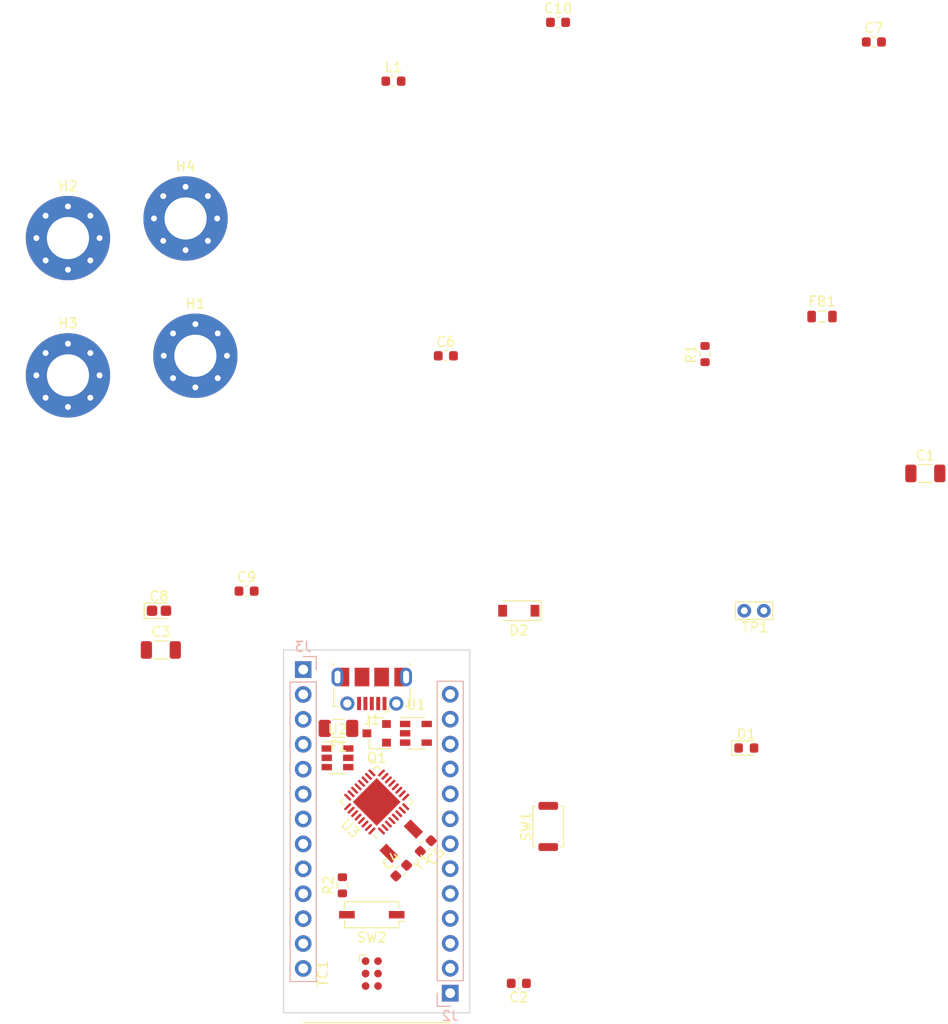
<source format=kicad_pcb>
(kicad_pcb (version 20171130) (host pcbnew 5.1.8-db9833491~88~ubuntu20.04.1)

  (general
    (thickness 1.6)
    (drawings 5)
    (tracks 0)
    (zones 0)
    (modules 33)
    (nets 44)
  )

  (page A4)
  (layers
    (0 F.Cu signal)
    (1 In1.Cu power)
    (2 In2.Cu power)
    (31 B.Cu signal)
    (32 B.Adhes user)
    (33 F.Adhes user)
    (34 B.Paste user)
    (35 F.Paste user)
    (36 B.SilkS user)
    (37 F.SilkS user)
    (38 B.Mask user)
    (39 F.Mask user)
    (40 Dwgs.User user)
    (41 Cmts.User user)
    (42 Eco1.User user)
    (43 Eco2.User user)
    (44 Edge.Cuts user)
    (45 Margin user)
    (46 B.CrtYd user)
    (47 F.CrtYd user)
    (48 B.Fab user)
    (49 F.Fab user)
  )

  (setup
    (last_trace_width 0.25)
    (trace_clearance 0.2)
    (zone_clearance 0.508)
    (zone_45_only no)
    (trace_min 0.2)
    (via_size 0.8)
    (via_drill 0.4)
    (via_min_size 0.4)
    (via_min_drill 0.3)
    (uvia_size 0.3)
    (uvia_drill 0.1)
    (uvias_allowed no)
    (uvia_min_size 0.2)
    (uvia_min_drill 0.1)
    (edge_width 0.05)
    (segment_width 0.2)
    (pcb_text_width 0.3)
    (pcb_text_size 1.5 1.5)
    (mod_edge_width 0.12)
    (mod_text_size 1 1)
    (mod_text_width 0.15)
    (pad_size 1.524 1.524)
    (pad_drill 0.762)
    (pad_to_mask_clearance 0)
    (aux_axis_origin 0 0)
    (visible_elements FFFFFF7F)
    (pcbplotparams
      (layerselection 0x010fc_ffffffff)
      (usegerberextensions false)
      (usegerberattributes true)
      (usegerberadvancedattributes true)
      (creategerberjobfile true)
      (excludeedgelayer true)
      (linewidth 0.100000)
      (plotframeref false)
      (viasonmask false)
      (mode 1)
      (useauxorigin false)
      (hpglpennumber 1)
      (hpglpenspeed 20)
      (hpglpendiameter 15.000000)
      (psnegative false)
      (psa4output false)
      (plotreference true)
      (plotvalue true)
      (plotinvisibletext false)
      (padsonsilk false)
      (subtractmaskfromsilk false)
      (outputformat 1)
      (mirror false)
      (drillshape 1)
      (scaleselection 1)
      (outputdirectory ""))
  )

  (net 0 "")
  (net 1 GND)
  (net 2 VHIGH)
  (net 3 NRST)
  (net 4 +3V3)
  (net 5 HSE_IN)
  (net 6 HSE_OUT)
  (net 7 +3.3VA)
  (net 8 "Net-(D1-Pad1)")
  (net 9 LED0)
  (net 10 "Net-(D2-Pad1)")
  (net 11 +5V)
  (net 12 "Net-(F1-Pad1)")
  (net 13 +VIN)
  (net 14 "Net-(J1-Pad6)")
  (net 15 USB_CONN_D-)
  (net 16 "Net-(J1-Pad4)")
  (net 17 USB_CONN_D+)
  (net 18 SPI1_SS)
  (net 19 SPI1_MOSI)
  (net 20 SPI1_MISO)
  (net 21 PA5)
  (net 22 SAI1_FS_B)
  (net 23 USART2_RX)
  (net 24 USART2_TX)
  (net 25 SPI1_SCK)
  (net 26 PA0)
  (net 27 PA8)
  (net 28 I2C1_SCL)
  (net 29 I2C1_SDA)
  (net 30 PA15)
  (net 31 SAI1_SCK_B)
  (net 32 PB4)
  (net 33 PB5)
  (net 34 PB6)
  (net 35 PB7)
  (net 36 "Net-(R2-Pad1)")
  (net 37 BOOT0)
  (net 38 SWDIO)
  (net 39 SWCLK)
  (net 40 "Net-(TC1-Pad6)")
  (net 41 "Net-(U1-Pad4)")
  (net 42 USB_D+)
  (net 43 USB_D-)

  (net_class Default "This is the default net class."
    (clearance 0.2)
    (trace_width 0.25)
    (via_dia 0.8)
    (via_drill 0.4)
    (uvia_dia 0.3)
    (uvia_drill 0.1)
    (add_net +3.3VA)
    (add_net +3V3)
    (add_net +5V)
    (add_net +VIN)
    (add_net BOOT0)
    (add_net GND)
    (add_net HSE_IN)
    (add_net HSE_OUT)
    (add_net I2C1_SCL)
    (add_net I2C1_SDA)
    (add_net LED0)
    (add_net NRST)
    (add_net "Net-(D1-Pad1)")
    (add_net "Net-(D2-Pad1)")
    (add_net "Net-(F1-Pad1)")
    (add_net "Net-(J1-Pad4)")
    (add_net "Net-(J1-Pad6)")
    (add_net "Net-(R2-Pad1)")
    (add_net "Net-(TC1-Pad6)")
    (add_net "Net-(U1-Pad4)")
    (add_net PA0)
    (add_net PA15)
    (add_net PA5)
    (add_net PA8)
    (add_net PB4)
    (add_net PB5)
    (add_net PB6)
    (add_net PB7)
    (add_net SAI1_FS_B)
    (add_net SAI1_SCK_B)
    (add_net SPI1_MISO)
    (add_net SPI1_MOSI)
    (add_net SPI1_SCK)
    (add_net SPI1_SS)
    (add_net SWCLK)
    (add_net SWDIO)
    (add_net USART2_RX)
    (add_net USART2_TX)
    (add_net USB_CONN_D+)
    (add_net USB_CONN_D-)
    (add_net USB_D+)
    (add_net USB_D-)
    (add_net VHIGH)
  )

  (module Capacitor_SMD:C_1206_3216Metric (layer F.Cu) (tedit 5F68FEEE) (tstamp 5FD08697)
    (at 176.475 117)
    (descr "Capacitor SMD 1206 (3216 Metric), square (rectangular) end terminal, IPC_7351 nominal, (Body size source: IPC-SM-782 page 76, https://www.pcb-3d.com/wordpress/wp-content/uploads/ipc-sm-782a_amendment_1_and_2.pdf), generated with kicad-footprint-generator")
    (tags capacitor)
    (path /5FD1E381)
    (attr smd)
    (fp_text reference C1 (at 0 -1.85) (layer F.SilkS)
      (effects (font (size 1 1) (thickness 0.15)))
    )
    (fp_text value 1uF (at 0 1.85) (layer F.Fab)
      (effects (font (size 1 1) (thickness 0.15)))
    )
    (fp_line (start -1.6 0.8) (end -1.6 -0.8) (layer F.Fab) (width 0.1))
    (fp_line (start -1.6 -0.8) (end 1.6 -0.8) (layer F.Fab) (width 0.1))
    (fp_line (start 1.6 -0.8) (end 1.6 0.8) (layer F.Fab) (width 0.1))
    (fp_line (start 1.6 0.8) (end -1.6 0.8) (layer F.Fab) (width 0.1))
    (fp_line (start -0.711252 -0.91) (end 0.711252 -0.91) (layer F.SilkS) (width 0.12))
    (fp_line (start -0.711252 0.91) (end 0.711252 0.91) (layer F.SilkS) (width 0.12))
    (fp_line (start -2.3 1.15) (end -2.3 -1.15) (layer F.CrtYd) (width 0.05))
    (fp_line (start -2.3 -1.15) (end 2.3 -1.15) (layer F.CrtYd) (width 0.05))
    (fp_line (start 2.3 -1.15) (end 2.3 1.15) (layer F.CrtYd) (width 0.05))
    (fp_line (start 2.3 1.15) (end -2.3 1.15) (layer F.CrtYd) (width 0.05))
    (fp_text user %R (at 0 0) (layer F.Fab)
      (effects (font (size 0.8 0.8) (thickness 0.12)))
    )
    (pad 2 smd roundrect (at 1.475 0) (size 1.15 1.8) (layers F.Cu F.Paste F.Mask) (roundrect_rratio 0.217391)
      (net 1 GND))
    (pad 1 smd roundrect (at -1.475 0) (size 1.15 1.8) (layers F.Cu F.Paste F.Mask) (roundrect_rratio 0.217391)
      (net 2 VHIGH))
    (model ${KISYS3DMOD}/Capacitor_SMD.3dshapes/C_1206_3216Metric.wrl
      (at (xyz 0 0 0))
      (scale (xyz 1 1 1))
      (rotate (xyz 0 0 0))
    )
  )

  (module Capacitor_SMD:C_0603_1608Metric (layer F.Cu) (tedit 5F68FEEE) (tstamp 5FD0CE82)
    (at 135 169 180)
    (descr "Capacitor SMD 0603 (1608 Metric), square (rectangular) end terminal, IPC_7351 nominal, (Body size source: IPC-SM-782 page 76, https://www.pcb-3d.com/wordpress/wp-content/uploads/ipc-sm-782a_amendment_1_and_2.pdf), generated with kicad-footprint-generator")
    (tags capacitor)
    (path /5FCB936C)
    (attr smd)
    (fp_text reference C2 (at 0 -1.43) (layer F.SilkS)
      (effects (font (size 1 1) (thickness 0.15)))
    )
    (fp_text value 100nF (at 0 1.43) (layer F.Fab)
      (effects (font (size 1 1) (thickness 0.15)))
    )
    (fp_line (start -0.8 0.4) (end -0.8 -0.4) (layer F.Fab) (width 0.1))
    (fp_line (start -0.8 -0.4) (end 0.8 -0.4) (layer F.Fab) (width 0.1))
    (fp_line (start 0.8 -0.4) (end 0.8 0.4) (layer F.Fab) (width 0.1))
    (fp_line (start 0.8 0.4) (end -0.8 0.4) (layer F.Fab) (width 0.1))
    (fp_line (start -0.14058 -0.51) (end 0.14058 -0.51) (layer F.SilkS) (width 0.12))
    (fp_line (start -0.14058 0.51) (end 0.14058 0.51) (layer F.SilkS) (width 0.12))
    (fp_line (start -1.48 0.73) (end -1.48 -0.73) (layer F.CrtYd) (width 0.05))
    (fp_line (start -1.48 -0.73) (end 1.48 -0.73) (layer F.CrtYd) (width 0.05))
    (fp_line (start 1.48 -0.73) (end 1.48 0.73) (layer F.CrtYd) (width 0.05))
    (fp_line (start 1.48 0.73) (end -1.48 0.73) (layer F.CrtYd) (width 0.05))
    (fp_text user %R (at 0 0) (layer F.Fab)
      (effects (font (size 0.4 0.4) (thickness 0.06)))
    )
    (pad 2 smd roundrect (at 0.775 0 180) (size 0.9 0.95) (layers F.Cu F.Paste F.Mask) (roundrect_rratio 0.25)
      (net 1 GND))
    (pad 1 smd roundrect (at -0.775 0 180) (size 0.9 0.95) (layers F.Cu F.Paste F.Mask) (roundrect_rratio 0.25)
      (net 3 NRST))
    (model ${KISYS3DMOD}/Capacitor_SMD.3dshapes/C_0603_1608Metric.wrl
      (at (xyz 0 0 0))
      (scale (xyz 1 1 1))
      (rotate (xyz 0 0 0))
    )
  )

  (module Capacitor_SMD:C_1206_3216Metric (layer F.Cu) (tedit 5F68FEEE) (tstamp 5FD0CE93)
    (at 98.475 135)
    (descr "Capacitor SMD 1206 (3216 Metric), square (rectangular) end terminal, IPC_7351 nominal, (Body size source: IPC-SM-782 page 76, https://www.pcb-3d.com/wordpress/wp-content/uploads/ipc-sm-782a_amendment_1_and_2.pdf), generated with kicad-footprint-generator")
    (tags capacitor)
    (path /5FD11F63)
    (attr smd)
    (fp_text reference C3 (at 0 -1.85) (layer F.SilkS)
      (effects (font (size 1 1) (thickness 0.15)))
    )
    (fp_text value 2.2uF (at 0 1.85) (layer F.Fab)
      (effects (font (size 1 1) (thickness 0.15)))
    )
    (fp_line (start 2.3 1.15) (end -2.3 1.15) (layer F.CrtYd) (width 0.05))
    (fp_line (start 2.3 -1.15) (end 2.3 1.15) (layer F.CrtYd) (width 0.05))
    (fp_line (start -2.3 -1.15) (end 2.3 -1.15) (layer F.CrtYd) (width 0.05))
    (fp_line (start -2.3 1.15) (end -2.3 -1.15) (layer F.CrtYd) (width 0.05))
    (fp_line (start -0.711252 0.91) (end 0.711252 0.91) (layer F.SilkS) (width 0.12))
    (fp_line (start -0.711252 -0.91) (end 0.711252 -0.91) (layer F.SilkS) (width 0.12))
    (fp_line (start 1.6 0.8) (end -1.6 0.8) (layer F.Fab) (width 0.1))
    (fp_line (start 1.6 -0.8) (end 1.6 0.8) (layer F.Fab) (width 0.1))
    (fp_line (start -1.6 -0.8) (end 1.6 -0.8) (layer F.Fab) (width 0.1))
    (fp_line (start -1.6 0.8) (end -1.6 -0.8) (layer F.Fab) (width 0.1))
    (fp_text user %R (at 0 0) (layer F.Fab)
      (effects (font (size 0.8 0.8) (thickness 0.12)))
    )
    (pad 1 smd roundrect (at -1.475 0) (size 1.15 1.8) (layers F.Cu F.Paste F.Mask) (roundrect_rratio 0.217391)
      (net 4 +3V3))
    (pad 2 smd roundrect (at 1.475 0) (size 1.15 1.8) (layers F.Cu F.Paste F.Mask) (roundrect_rratio 0.217391)
      (net 1 GND))
    (model ${KISYS3DMOD}/Capacitor_SMD.3dshapes/C_1206_3216Metric.wrl
      (at (xyz 0 0 0))
      (scale (xyz 1 1 1))
      (rotate (xyz 0 0 0))
    )
  )

  (module Capacitor_SMD:C_0603_1608Metric (layer F.Cu) (tedit 5F68FEEE) (tstamp 5FD0CEA4)
    (at 123 157.5 45)
    (descr "Capacitor SMD 0603 (1608 Metric), square (rectangular) end terminal, IPC_7351 nominal, (Body size source: IPC-SM-782 page 76, https://www.pcb-3d.com/wordpress/wp-content/uploads/ipc-sm-782a_amendment_1_and_2.pdf), generated with kicad-footprint-generator")
    (tags capacitor)
    (path /5FC8637F)
    (attr smd)
    (fp_text reference C4 (at 0 -1.43 45) (layer F.SilkS)
      (effects (font (size 1 1) (thickness 0.15)))
    )
    (fp_text value 4.3pF (at 0 1.43 45) (layer F.Fab)
      (effects (font (size 1 1) (thickness 0.15)))
    )
    (fp_line (start -0.8 0.4) (end -0.8 -0.4) (layer F.Fab) (width 0.1))
    (fp_line (start -0.8 -0.4) (end 0.8 -0.4) (layer F.Fab) (width 0.1))
    (fp_line (start 0.8 -0.4) (end 0.8 0.4) (layer F.Fab) (width 0.1))
    (fp_line (start 0.8 0.4) (end -0.8 0.4) (layer F.Fab) (width 0.1))
    (fp_line (start -0.14058 -0.51) (end 0.14058 -0.51) (layer F.SilkS) (width 0.12))
    (fp_line (start -0.14058 0.51) (end 0.14058 0.51) (layer F.SilkS) (width 0.12))
    (fp_line (start -1.48 0.73) (end -1.48 -0.73) (layer F.CrtYd) (width 0.05))
    (fp_line (start -1.48 -0.73) (end 1.48 -0.73) (layer F.CrtYd) (width 0.05))
    (fp_line (start 1.48 -0.73) (end 1.48 0.73) (layer F.CrtYd) (width 0.05))
    (fp_line (start 1.48 0.73) (end -1.48 0.73) (layer F.CrtYd) (width 0.05))
    (fp_text user %R (at 0 0 45) (layer F.Fab)
      (effects (font (size 0.4 0.4) (thickness 0.06)))
    )
    (pad 2 smd roundrect (at 0.775 0 45) (size 0.9 0.95) (layers F.Cu F.Paste F.Mask) (roundrect_rratio 0.25)
      (net 1 GND))
    (pad 1 smd roundrect (at -0.775 0 45) (size 0.9 0.95) (layers F.Cu F.Paste F.Mask) (roundrect_rratio 0.25)
      (net 5 HSE_IN))
    (model ${KISYS3DMOD}/Capacitor_SMD.3dshapes/C_0603_1608Metric.wrl
      (at (xyz 0 0 0))
      (scale (xyz 1 1 1))
      (rotate (xyz 0 0 0))
    )
  )

  (module Capacitor_SMD:C_0603_1608Metric (layer F.Cu) (tedit 5F68FEEE) (tstamp 5FD0CEB5)
    (at 125.5 155 225)
    (descr "Capacitor SMD 0603 (1608 Metric), square (rectangular) end terminal, IPC_7351 nominal, (Body size source: IPC-SM-782 page 76, https://www.pcb-3d.com/wordpress/wp-content/uploads/ipc-sm-782a_amendment_1_and_2.pdf), generated with kicad-footprint-generator")
    (tags capacitor)
    (path /5FC86C90)
    (attr smd)
    (fp_text reference C5 (at 0 -1.43 45) (layer F.SilkS)
      (effects (font (size 1 1) (thickness 0.15)))
    )
    (fp_text value 4.3pF (at 0 1.43 45) (layer F.Fab)
      (effects (font (size 1 1) (thickness 0.15)))
    )
    (fp_line (start 1.48 0.73) (end -1.48 0.73) (layer F.CrtYd) (width 0.05))
    (fp_line (start 1.48 -0.73) (end 1.48 0.73) (layer F.CrtYd) (width 0.05))
    (fp_line (start -1.48 -0.73) (end 1.48 -0.73) (layer F.CrtYd) (width 0.05))
    (fp_line (start -1.48 0.73) (end -1.48 -0.73) (layer F.CrtYd) (width 0.05))
    (fp_line (start -0.14058 0.51) (end 0.14058 0.51) (layer F.SilkS) (width 0.12))
    (fp_line (start -0.14058 -0.51) (end 0.14058 -0.51) (layer F.SilkS) (width 0.12))
    (fp_line (start 0.8 0.4) (end -0.8 0.4) (layer F.Fab) (width 0.1))
    (fp_line (start 0.8 -0.4) (end 0.8 0.4) (layer F.Fab) (width 0.1))
    (fp_line (start -0.8 -0.4) (end 0.8 -0.4) (layer F.Fab) (width 0.1))
    (fp_line (start -0.8 0.4) (end -0.8 -0.4) (layer F.Fab) (width 0.1))
    (fp_text user %R (at 0 0 45) (layer F.Fab)
      (effects (font (size 0.4 0.4) (thickness 0.06)))
    )
    (pad 1 smd roundrect (at -0.775 0 225) (size 0.9 0.95) (layers F.Cu F.Paste F.Mask) (roundrect_rratio 0.25)
      (net 6 HSE_OUT))
    (pad 2 smd roundrect (at 0.775 0 225) (size 0.9 0.95) (layers F.Cu F.Paste F.Mask) (roundrect_rratio 0.25)
      (net 1 GND))
    (model ${KISYS3DMOD}/Capacitor_SMD.3dshapes/C_0603_1608Metric.wrl
      (at (xyz 0 0 0))
      (scale (xyz 1 1 1))
      (rotate (xyz 0 0 0))
    )
  )

  (module Capacitor_SMD:C_0603_1608Metric (layer F.Cu) (tedit 5F68FEEE) (tstamp 5FD0CEC6)
    (at 127.555001 105.005001)
    (descr "Capacitor SMD 0603 (1608 Metric), square (rectangular) end terminal, IPC_7351 nominal, (Body size source: IPC-SM-782 page 76, https://www.pcb-3d.com/wordpress/wp-content/uploads/ipc-sm-782a_amendment_1_and_2.pdf), generated with kicad-footprint-generator")
    (tags capacitor)
    (path /5FC5C03A)
    (attr smd)
    (fp_text reference C6 (at 0 -1.43) (layer F.SilkS)
      (effects (font (size 1 1) (thickness 0.15)))
    )
    (fp_text value 100nF (at 0 1.43) (layer F.Fab)
      (effects (font (size 1 1) (thickness 0.15)))
    )
    (fp_line (start 1.48 0.73) (end -1.48 0.73) (layer F.CrtYd) (width 0.05))
    (fp_line (start 1.48 -0.73) (end 1.48 0.73) (layer F.CrtYd) (width 0.05))
    (fp_line (start -1.48 -0.73) (end 1.48 -0.73) (layer F.CrtYd) (width 0.05))
    (fp_line (start -1.48 0.73) (end -1.48 -0.73) (layer F.CrtYd) (width 0.05))
    (fp_line (start -0.14058 0.51) (end 0.14058 0.51) (layer F.SilkS) (width 0.12))
    (fp_line (start -0.14058 -0.51) (end 0.14058 -0.51) (layer F.SilkS) (width 0.12))
    (fp_line (start 0.8 0.4) (end -0.8 0.4) (layer F.Fab) (width 0.1))
    (fp_line (start 0.8 -0.4) (end 0.8 0.4) (layer F.Fab) (width 0.1))
    (fp_line (start -0.8 -0.4) (end 0.8 -0.4) (layer F.Fab) (width 0.1))
    (fp_line (start -0.8 0.4) (end -0.8 -0.4) (layer F.Fab) (width 0.1))
    (fp_text user %R (at 0 0) (layer F.Fab)
      (effects (font (size 0.4 0.4) (thickness 0.06)))
    )
    (pad 1 smd roundrect (at -0.775 0) (size 0.9 0.95) (layers F.Cu F.Paste F.Mask) (roundrect_rratio 0.25)
      (net 4 +3V3))
    (pad 2 smd roundrect (at 0.775 0) (size 0.9 0.95) (layers F.Cu F.Paste F.Mask) (roundrect_rratio 0.25)
      (net 1 GND))
    (model ${KISYS3DMOD}/Capacitor_SMD.3dshapes/C_0603_1608Metric.wrl
      (at (xyz 0 0 0))
      (scale (xyz 1 1 1))
      (rotate (xyz 0 0 0))
    )
  )

  (module Capacitor_SMD:C_0603_1608Metric (layer F.Cu) (tedit 5F68FEEE) (tstamp 5FD0CED7)
    (at 171.225 73)
    (descr "Capacitor SMD 0603 (1608 Metric), square (rectangular) end terminal, IPC_7351 nominal, (Body size source: IPC-SM-782 page 76, https://www.pcb-3d.com/wordpress/wp-content/uploads/ipc-sm-782a_amendment_1_and_2.pdf), generated with kicad-footprint-generator")
    (tags capacitor)
    (path /5FC5B09A)
    (attr smd)
    (fp_text reference C7 (at 0 -1.43) (layer F.SilkS)
      (effects (font (size 1 1) (thickness 0.15)))
    )
    (fp_text value 100nF (at 0 1.43) (layer F.Fab)
      (effects (font (size 1 1) (thickness 0.15)))
    )
    (fp_line (start 1.48 0.73) (end -1.48 0.73) (layer F.CrtYd) (width 0.05))
    (fp_line (start 1.48 -0.73) (end 1.48 0.73) (layer F.CrtYd) (width 0.05))
    (fp_line (start -1.48 -0.73) (end 1.48 -0.73) (layer F.CrtYd) (width 0.05))
    (fp_line (start -1.48 0.73) (end -1.48 -0.73) (layer F.CrtYd) (width 0.05))
    (fp_line (start -0.14058 0.51) (end 0.14058 0.51) (layer F.SilkS) (width 0.12))
    (fp_line (start -0.14058 -0.51) (end 0.14058 -0.51) (layer F.SilkS) (width 0.12))
    (fp_line (start 0.8 0.4) (end -0.8 0.4) (layer F.Fab) (width 0.1))
    (fp_line (start 0.8 -0.4) (end 0.8 0.4) (layer F.Fab) (width 0.1))
    (fp_line (start -0.8 -0.4) (end 0.8 -0.4) (layer F.Fab) (width 0.1))
    (fp_line (start -0.8 0.4) (end -0.8 -0.4) (layer F.Fab) (width 0.1))
    (fp_text user %R (at 0 0) (layer F.Fab)
      (effects (font (size 0.4 0.4) (thickness 0.06)))
    )
    (pad 1 smd roundrect (at -0.775 0) (size 0.9 0.95) (layers F.Cu F.Paste F.Mask) (roundrect_rratio 0.25)
      (net 4 +3V3))
    (pad 2 smd roundrect (at 0.775 0) (size 0.9 0.95) (layers F.Cu F.Paste F.Mask) (roundrect_rratio 0.25)
      (net 1 GND))
    (model ${KISYS3DMOD}/Capacitor_SMD.3dshapes/C_0603_1608Metric.wrl
      (at (xyz 0 0 0))
      (scale (xyz 1 1 1))
      (rotate (xyz 0 0 0))
    )
  )

  (module Capacitor_Tantalum_SMD:CP_EIA-1608-08_AVX-J (layer F.Cu) (tedit 5EBA9318) (tstamp 5FD0CEEA)
    (at 98.2875 131)
    (descr "Tantalum Capacitor SMD AVX-J (1608-08 Metric), IPC_7351 nominal, (Body size from: https://www.vishay.com/docs/48064/_t58_vmn_pt0471_1601.pdf), generated with kicad-footprint-generator")
    (tags "capacitor tantalum")
    (path /5FC5B7F0)
    (attr smd)
    (fp_text reference C8 (at 0 -1.48) (layer F.SilkS)
      (effects (font (size 1 1) (thickness 0.15)))
    )
    (fp_text value 4.7uF (at 0 1.48) (layer F.Fab)
      (effects (font (size 1 1) (thickness 0.15)))
    )
    (fp_line (start 1.5 0.78) (end -1.5 0.78) (layer F.CrtYd) (width 0.05))
    (fp_line (start 1.5 -0.78) (end 1.5 0.78) (layer F.CrtYd) (width 0.05))
    (fp_line (start -1.5 -0.78) (end 1.5 -0.78) (layer F.CrtYd) (width 0.05))
    (fp_line (start -1.5 0.78) (end -1.5 -0.78) (layer F.CrtYd) (width 0.05))
    (fp_line (start -1.51 0.785) (end 0.8 0.785) (layer F.SilkS) (width 0.12))
    (fp_line (start -1.51 -0.785) (end -1.51 0.785) (layer F.SilkS) (width 0.12))
    (fp_line (start 0.8 -0.785) (end -1.51 -0.785) (layer F.SilkS) (width 0.12))
    (fp_line (start 0.8 0.425) (end 0.8 -0.425) (layer F.Fab) (width 0.1))
    (fp_line (start -0.8 0.425) (end 0.8 0.425) (layer F.Fab) (width 0.1))
    (fp_line (start -0.8 -0.125) (end -0.8 0.425) (layer F.Fab) (width 0.1))
    (fp_line (start -0.5 -0.425) (end -0.8 -0.125) (layer F.Fab) (width 0.1))
    (fp_line (start 0.8 -0.425) (end -0.5 -0.425) (layer F.Fab) (width 0.1))
    (fp_text user %R (at 0 0) (layer F.Fab)
      (effects (font (size 0.4 0.4) (thickness 0.06)))
    )
    (pad 1 smd roundrect (at -0.7125 0) (size 1.075 1.05) (layers F.Cu F.Paste F.Mask) (roundrect_rratio 0.238095)
      (net 4 +3V3))
    (pad 2 smd roundrect (at 0.7125 0) (size 1.075 1.05) (layers F.Cu F.Paste F.Mask) (roundrect_rratio 0.238095)
      (net 1 GND))
    (model ${KISYS3DMOD}/Capacitor_Tantalum_SMD.3dshapes/CP_EIA-1608-08_AVX-J.wrl
      (at (xyz 0 0 0))
      (scale (xyz 1 1 1))
      (rotate (xyz 0 0 0))
    )
  )

  (module Capacitor_SMD:C_0603_1608Metric (layer F.Cu) (tedit 5F68FEEE) (tstamp 5FD0CEFB)
    (at 107.225 129)
    (descr "Capacitor SMD 0603 (1608 Metric), square (rectangular) end terminal, IPC_7351 nominal, (Body size source: IPC-SM-782 page 76, https://www.pcb-3d.com/wordpress/wp-content/uploads/ipc-sm-782a_amendment_1_and_2.pdf), generated with kicad-footprint-generator")
    (tags capacitor)
    (path /5FC90754)
    (attr smd)
    (fp_text reference C9 (at 0 -1.43) (layer F.SilkS)
      (effects (font (size 1 1) (thickness 0.15)))
    )
    (fp_text value 10nF (at 0 1.43) (layer F.Fab)
      (effects (font (size 1 1) (thickness 0.15)))
    )
    (fp_line (start 1.48 0.73) (end -1.48 0.73) (layer F.CrtYd) (width 0.05))
    (fp_line (start 1.48 -0.73) (end 1.48 0.73) (layer F.CrtYd) (width 0.05))
    (fp_line (start -1.48 -0.73) (end 1.48 -0.73) (layer F.CrtYd) (width 0.05))
    (fp_line (start -1.48 0.73) (end -1.48 -0.73) (layer F.CrtYd) (width 0.05))
    (fp_line (start -0.14058 0.51) (end 0.14058 0.51) (layer F.SilkS) (width 0.12))
    (fp_line (start -0.14058 -0.51) (end 0.14058 -0.51) (layer F.SilkS) (width 0.12))
    (fp_line (start 0.8 0.4) (end -0.8 0.4) (layer F.Fab) (width 0.1))
    (fp_line (start 0.8 -0.4) (end 0.8 0.4) (layer F.Fab) (width 0.1))
    (fp_line (start -0.8 -0.4) (end 0.8 -0.4) (layer F.Fab) (width 0.1))
    (fp_line (start -0.8 0.4) (end -0.8 -0.4) (layer F.Fab) (width 0.1))
    (fp_text user %R (at 0 0) (layer F.Fab)
      (effects (font (size 0.4 0.4) (thickness 0.06)))
    )
    (pad 1 smd roundrect (at -0.775 0) (size 0.9 0.95) (layers F.Cu F.Paste F.Mask) (roundrect_rratio 0.25)
      (net 7 +3.3VA))
    (pad 2 smd roundrect (at 0.775 0) (size 0.9 0.95) (layers F.Cu F.Paste F.Mask) (roundrect_rratio 0.25)
      (net 1 GND))
    (model ${KISYS3DMOD}/Capacitor_SMD.3dshapes/C_0603_1608Metric.wrl
      (at (xyz 0 0 0))
      (scale (xyz 1 1 1))
      (rotate (xyz 0 0 0))
    )
  )

  (module Capacitor_SMD:C_0603_1608Metric (layer F.Cu) (tedit 5F68FEEE) (tstamp 5FD0CF0C)
    (at 139 71)
    (descr "Capacitor SMD 0603 (1608 Metric), square (rectangular) end terminal, IPC_7351 nominal, (Body size source: IPC-SM-782 page 76, https://www.pcb-3d.com/wordpress/wp-content/uploads/ipc-sm-782a_amendment_1_and_2.pdf), generated with kicad-footprint-generator")
    (tags capacitor)
    (path /5FC90366)
    (attr smd)
    (fp_text reference C10 (at 0 -1.43) (layer F.SilkS)
      (effects (font (size 1 1) (thickness 0.15)))
    )
    (fp_text value 1uF (at 0 1.43) (layer F.Fab)
      (effects (font (size 1 1) (thickness 0.15)))
    )
    (fp_line (start -0.8 0.4) (end -0.8 -0.4) (layer F.Fab) (width 0.1))
    (fp_line (start -0.8 -0.4) (end 0.8 -0.4) (layer F.Fab) (width 0.1))
    (fp_line (start 0.8 -0.4) (end 0.8 0.4) (layer F.Fab) (width 0.1))
    (fp_line (start 0.8 0.4) (end -0.8 0.4) (layer F.Fab) (width 0.1))
    (fp_line (start -0.14058 -0.51) (end 0.14058 -0.51) (layer F.SilkS) (width 0.12))
    (fp_line (start -0.14058 0.51) (end 0.14058 0.51) (layer F.SilkS) (width 0.12))
    (fp_line (start -1.48 0.73) (end -1.48 -0.73) (layer F.CrtYd) (width 0.05))
    (fp_line (start -1.48 -0.73) (end 1.48 -0.73) (layer F.CrtYd) (width 0.05))
    (fp_line (start 1.48 -0.73) (end 1.48 0.73) (layer F.CrtYd) (width 0.05))
    (fp_line (start 1.48 0.73) (end -1.48 0.73) (layer F.CrtYd) (width 0.05))
    (fp_text user %R (at 0 0) (layer F.Fab)
      (effects (font (size 0.4 0.4) (thickness 0.06)))
    )
    (pad 2 smd roundrect (at 0.775 0) (size 0.9 0.95) (layers F.Cu F.Paste F.Mask) (roundrect_rratio 0.25)
      (net 1 GND))
    (pad 1 smd roundrect (at -0.775 0) (size 0.9 0.95) (layers F.Cu F.Paste F.Mask) (roundrect_rratio 0.25)
      (net 7 +3.3VA))
    (model ${KISYS3DMOD}/Capacitor_SMD.3dshapes/C_0603_1608Metric.wrl
      (at (xyz 0 0 0))
      (scale (xyz 1 1 1))
      (rotate (xyz 0 0 0))
    )
  )

  (module LED_SMD:LED_0603_1608Metric (layer F.Cu) (tedit 5F68FEF1) (tstamp 5FD0CF1F)
    (at 158.2125 145)
    (descr "LED SMD 0603 (1608 Metric), square (rectangular) end terminal, IPC_7351 nominal, (Body size source: http://www.tortai-tech.com/upload/download/2011102023233369053.pdf), generated with kicad-footprint-generator")
    (tags LED)
    (path /5FC962C8)
    (attr smd)
    (fp_text reference D1 (at 0 -1.43) (layer F.SilkS)
      (effects (font (size 1 1) (thickness 0.15)))
    )
    (fp_text value BLUE (at 0 1.43) (layer F.Fab)
      (effects (font (size 1 1) (thickness 0.15)))
    )
    (fp_line (start 1.48 0.73) (end -1.48 0.73) (layer F.CrtYd) (width 0.05))
    (fp_line (start 1.48 -0.73) (end 1.48 0.73) (layer F.CrtYd) (width 0.05))
    (fp_line (start -1.48 -0.73) (end 1.48 -0.73) (layer F.CrtYd) (width 0.05))
    (fp_line (start -1.48 0.73) (end -1.48 -0.73) (layer F.CrtYd) (width 0.05))
    (fp_line (start -1.485 0.735) (end 0.8 0.735) (layer F.SilkS) (width 0.12))
    (fp_line (start -1.485 -0.735) (end -1.485 0.735) (layer F.SilkS) (width 0.12))
    (fp_line (start 0.8 -0.735) (end -1.485 -0.735) (layer F.SilkS) (width 0.12))
    (fp_line (start 0.8 0.4) (end 0.8 -0.4) (layer F.Fab) (width 0.1))
    (fp_line (start -0.8 0.4) (end 0.8 0.4) (layer F.Fab) (width 0.1))
    (fp_line (start -0.8 -0.1) (end -0.8 0.4) (layer F.Fab) (width 0.1))
    (fp_line (start -0.5 -0.4) (end -0.8 -0.1) (layer F.Fab) (width 0.1))
    (fp_line (start 0.8 -0.4) (end -0.5 -0.4) (layer F.Fab) (width 0.1))
    (fp_text user %R (at 0 0) (layer F.Fab)
      (effects (font (size 0.4 0.4) (thickness 0.06)))
    )
    (pad 1 smd roundrect (at -0.7875 0) (size 0.875 0.95) (layers F.Cu F.Paste F.Mask) (roundrect_rratio 0.25)
      (net 8 "Net-(D1-Pad1)"))
    (pad 2 smd roundrect (at 0.7875 0) (size 0.875 0.95) (layers F.Cu F.Paste F.Mask) (roundrect_rratio 0.25)
      (net 9 LED0))
    (model ${KISYS3DMOD}/LED_SMD.3dshapes/LED_0603_1608Metric.wrl
      (at (xyz 0 0 0))
      (scale (xyz 1 1 1))
      (rotate (xyz 0 0 0))
    )
  )

  (module Diode_SMD:D_SOD-123 (layer F.Cu) (tedit 58645DC7) (tstamp 5FD0CF38)
    (at 135 131 180)
    (descr SOD-123)
    (tags SOD-123)
    (path /5FE3228D)
    (attr smd)
    (fp_text reference D2 (at 0 -2) (layer F.SilkS)
      (effects (font (size 1 1) (thickness 0.15)))
    )
    (fp_text value B5819W (at 0 2.1) (layer F.Fab)
      (effects (font (size 1 1) (thickness 0.15)))
    )
    (fp_line (start -2.25 -1) (end 1.65 -1) (layer F.SilkS) (width 0.12))
    (fp_line (start -2.25 1) (end 1.65 1) (layer F.SilkS) (width 0.12))
    (fp_line (start -2.35 -1.15) (end -2.35 1.15) (layer F.CrtYd) (width 0.05))
    (fp_line (start 2.35 1.15) (end -2.35 1.15) (layer F.CrtYd) (width 0.05))
    (fp_line (start 2.35 -1.15) (end 2.35 1.15) (layer F.CrtYd) (width 0.05))
    (fp_line (start -2.35 -1.15) (end 2.35 -1.15) (layer F.CrtYd) (width 0.05))
    (fp_line (start -1.4 -0.9) (end 1.4 -0.9) (layer F.Fab) (width 0.1))
    (fp_line (start 1.4 -0.9) (end 1.4 0.9) (layer F.Fab) (width 0.1))
    (fp_line (start 1.4 0.9) (end -1.4 0.9) (layer F.Fab) (width 0.1))
    (fp_line (start -1.4 0.9) (end -1.4 -0.9) (layer F.Fab) (width 0.1))
    (fp_line (start -0.75 0) (end -0.35 0) (layer F.Fab) (width 0.1))
    (fp_line (start -0.35 0) (end -0.35 -0.55) (layer F.Fab) (width 0.1))
    (fp_line (start -0.35 0) (end -0.35 0.55) (layer F.Fab) (width 0.1))
    (fp_line (start -0.35 0) (end 0.25 -0.4) (layer F.Fab) (width 0.1))
    (fp_line (start 0.25 -0.4) (end 0.25 0.4) (layer F.Fab) (width 0.1))
    (fp_line (start 0.25 0.4) (end -0.35 0) (layer F.Fab) (width 0.1))
    (fp_line (start 0.25 0) (end 0.75 0) (layer F.Fab) (width 0.1))
    (fp_line (start -2.25 -1) (end -2.25 1) (layer F.SilkS) (width 0.12))
    (fp_text user %R (at 0 -2) (layer F.Fab)
      (effects (font (size 1 1) (thickness 0.15)))
    )
    (pad 1 smd rect (at -1.65 0 180) (size 0.9 1.2) (layers F.Cu F.Paste F.Mask)
      (net 10 "Net-(D2-Pad1)"))
    (pad 2 smd rect (at 1.65 0 180) (size 0.9 1.2) (layers F.Cu F.Paste F.Mask)
      (net 11 +5V))
    (model ${KISYS3DMOD}/Diode_SMD.3dshapes/D_SOD-123.wrl
      (at (xyz 0 0 0))
      (scale (xyz 1 1 1))
      (rotate (xyz 0 0 0))
    )
  )

  (module Fuse:Fuse_1206_3216Metric (layer F.Cu) (tedit 5F68FEF1) (tstamp 5FD0CF49)
    (at 116.6 143 180)
    (descr "Fuse SMD 1206 (3216 Metric), square (rectangular) end terminal, IPC_7351 nominal, (Body size source: http://www.tortai-tech.com/upload/download/2011102023233369053.pdf), generated with kicad-footprint-generator")
    (tags fuse)
    (path /5FD20FD5)
    (attr smd)
    (fp_text reference F1 (at 0 -1.82) (layer F.SilkS)
      (effects (font (size 1 1) (thickness 0.15)))
    )
    (fp_text value 500mA (at 0 1.82) (layer F.Fab)
      (effects (font (size 1 1) (thickness 0.15)))
    )
    (fp_line (start 2.28 1.12) (end -2.28 1.12) (layer F.CrtYd) (width 0.05))
    (fp_line (start 2.28 -1.12) (end 2.28 1.12) (layer F.CrtYd) (width 0.05))
    (fp_line (start -2.28 -1.12) (end 2.28 -1.12) (layer F.CrtYd) (width 0.05))
    (fp_line (start -2.28 1.12) (end -2.28 -1.12) (layer F.CrtYd) (width 0.05))
    (fp_line (start -0.602064 0.91) (end 0.602064 0.91) (layer F.SilkS) (width 0.12))
    (fp_line (start -0.602064 -0.91) (end 0.602064 -0.91) (layer F.SilkS) (width 0.12))
    (fp_line (start 1.6 0.8) (end -1.6 0.8) (layer F.Fab) (width 0.1))
    (fp_line (start 1.6 -0.8) (end 1.6 0.8) (layer F.Fab) (width 0.1))
    (fp_line (start -1.6 -0.8) (end 1.6 -0.8) (layer F.Fab) (width 0.1))
    (fp_line (start -1.6 0.8) (end -1.6 -0.8) (layer F.Fab) (width 0.1))
    (fp_text user %R (at 0 0) (layer F.Fab)
      (effects (font (size 0.8 0.8) (thickness 0.12)))
    )
    (pad 1 smd roundrect (at -1.4 0 180) (size 1.25 1.75) (layers F.Cu F.Paste F.Mask) (roundrect_rratio 0.2)
      (net 12 "Net-(F1-Pad1)"))
    (pad 2 smd roundrect (at 1.4 0 180) (size 1.25 1.75) (layers F.Cu F.Paste F.Mask) (roundrect_rratio 0.2)
      (net 13 +VIN))
    (model ${KISYS3DMOD}/Fuse.3dshapes/Fuse_1206_3216Metric.wrl
      (at (xyz 0 0 0))
      (scale (xyz 1 1 1))
      (rotate (xyz 0 0 0))
    )
  )

  (module Inductor_SMD:L_0805_2012Metric (layer F.Cu) (tedit 5F68FEF0) (tstamp 5FD0CF5A)
    (at 165.9375 101)
    (descr "Inductor SMD 0805 (2012 Metric), square (rectangular) end terminal, IPC_7351 nominal, (Body size source: IPC-SM-782 page 80, https://www.pcb-3d.com/wordpress/wp-content/uploads/ipc-sm-782a_amendment_1_and_2.pdf), generated with kicad-footprint-generator")
    (tags inductor)
    (path /5FD34764)
    (attr smd)
    (fp_text reference FB1 (at 0 -1.55) (layer F.SilkS)
      (effects (font (size 1 1) (thickness 0.15)))
    )
    (fp_text value 600@600MHz (at 0 1.55) (layer F.Fab)
      (effects (font (size 1 1) (thickness 0.15)))
    )
    (fp_line (start 1.75 0.85) (end -1.75 0.85) (layer F.CrtYd) (width 0.05))
    (fp_line (start 1.75 -0.85) (end 1.75 0.85) (layer F.CrtYd) (width 0.05))
    (fp_line (start -1.75 -0.85) (end 1.75 -0.85) (layer F.CrtYd) (width 0.05))
    (fp_line (start -1.75 0.85) (end -1.75 -0.85) (layer F.CrtYd) (width 0.05))
    (fp_line (start -0.399622 0.56) (end 0.399622 0.56) (layer F.SilkS) (width 0.12))
    (fp_line (start -0.399622 -0.56) (end 0.399622 -0.56) (layer F.SilkS) (width 0.12))
    (fp_line (start 1 0.45) (end -1 0.45) (layer F.Fab) (width 0.1))
    (fp_line (start 1 -0.45) (end 1 0.45) (layer F.Fab) (width 0.1))
    (fp_line (start -1 -0.45) (end 1 -0.45) (layer F.Fab) (width 0.1))
    (fp_line (start -1 0.45) (end -1 -0.45) (layer F.Fab) (width 0.1))
    (fp_text user %R (at 0 0) (layer F.Fab)
      (effects (font (size 0.5 0.5) (thickness 0.08)))
    )
    (pad 1 smd roundrect (at -1.0625 0) (size 0.875 1.2) (layers F.Cu F.Paste F.Mask) (roundrect_rratio 0.25)
      (net 10 "Net-(D2-Pad1)"))
    (pad 2 smd roundrect (at 1.0625 0) (size 0.875 1.2) (layers F.Cu F.Paste F.Mask) (roundrect_rratio 0.25)
      (net 2 VHIGH))
    (model ${KISYS3DMOD}/Inductor_SMD.3dshapes/L_0805_2012Metric.wrl
      (at (xyz 0 0 0))
      (scale (xyz 1 1 1))
      (rotate (xyz 0 0 0))
    )
  )

  (module MountingHole:MountingHole_4.3mm_M4_Pad_Via (layer F.Cu) (tedit 56DDBFD7) (tstamp 5FD0CF6A)
    (at 102 105)
    (descr "Mounting Hole 4.3mm, M4")
    (tags "mounting hole 4.3mm m4")
    (path /5FF05A28)
    (attr virtual)
    (fp_text reference H1 (at 0 -5.3) (layer F.SilkS)
      (effects (font (size 1 1) (thickness 0.15)))
    )
    (fp_text value MountingHole_Pad (at 0 5.3) (layer F.Fab)
      (effects (font (size 1 1) (thickness 0.15)))
    )
    (fp_circle (center 0 0) (end 4.3 0) (layer Cmts.User) (width 0.15))
    (fp_circle (center 0 0) (end 4.55 0) (layer F.CrtYd) (width 0.05))
    (fp_text user %R (at 0.3 0) (layer F.Fab)
      (effects (font (size 1 1) (thickness 0.15)))
    )
    (pad 1 thru_hole circle (at 2.280419 -2.280419) (size 0.9 0.9) (drill 0.6) (layers *.Cu *.Mask)
      (net 1 GND))
    (pad 1 thru_hole circle (at 0 -3.225) (size 0.9 0.9) (drill 0.6) (layers *.Cu *.Mask)
      (net 1 GND))
    (pad 1 thru_hole circle (at -2.280419 -2.280419) (size 0.9 0.9) (drill 0.6) (layers *.Cu *.Mask)
      (net 1 GND))
    (pad 1 thru_hole circle (at -3.225 0) (size 0.9 0.9) (drill 0.6) (layers *.Cu *.Mask)
      (net 1 GND))
    (pad 1 thru_hole circle (at -2.280419 2.280419) (size 0.9 0.9) (drill 0.6) (layers *.Cu *.Mask)
      (net 1 GND))
    (pad 1 thru_hole circle (at 0 3.225) (size 0.9 0.9) (drill 0.6) (layers *.Cu *.Mask)
      (net 1 GND))
    (pad 1 thru_hole circle (at 2.280419 2.280419) (size 0.9 0.9) (drill 0.6) (layers *.Cu *.Mask)
      (net 1 GND))
    (pad 1 thru_hole circle (at 3.225 0) (size 0.9 0.9) (drill 0.6) (layers *.Cu *.Mask)
      (net 1 GND))
    (pad 1 thru_hole circle (at 0 0) (size 8.6 8.6) (drill 4.3) (layers *.Cu *.Mask)
      (net 1 GND))
  )

  (module MountingHole:MountingHole_4.3mm_M4_Pad_Via (layer F.Cu) (tedit 56DDBFD7) (tstamp 5FD0CF7A)
    (at 89 93)
    (descr "Mounting Hole 4.3mm, M4")
    (tags "mounting hole 4.3mm m4")
    (path /5FF0858C)
    (attr virtual)
    (fp_text reference H2 (at 0 -5.3) (layer F.SilkS)
      (effects (font (size 1 1) (thickness 0.15)))
    )
    (fp_text value MountingHole_Pad (at 0 5.3) (layer F.Fab)
      (effects (font (size 1 1) (thickness 0.15)))
    )
    (fp_circle (center 0 0) (end 4.55 0) (layer F.CrtYd) (width 0.05))
    (fp_circle (center 0 0) (end 4.3 0) (layer Cmts.User) (width 0.15))
    (fp_text user %R (at 0.3 0) (layer F.Fab)
      (effects (font (size 1 1) (thickness 0.15)))
    )
    (pad 1 thru_hole circle (at 0 0) (size 8.6 8.6) (drill 4.3) (layers *.Cu *.Mask)
      (net 1 GND))
    (pad 1 thru_hole circle (at 3.225 0) (size 0.9 0.9) (drill 0.6) (layers *.Cu *.Mask)
      (net 1 GND))
    (pad 1 thru_hole circle (at 2.280419 2.280419) (size 0.9 0.9) (drill 0.6) (layers *.Cu *.Mask)
      (net 1 GND))
    (pad 1 thru_hole circle (at 0 3.225) (size 0.9 0.9) (drill 0.6) (layers *.Cu *.Mask)
      (net 1 GND))
    (pad 1 thru_hole circle (at -2.280419 2.280419) (size 0.9 0.9) (drill 0.6) (layers *.Cu *.Mask)
      (net 1 GND))
    (pad 1 thru_hole circle (at -3.225 0) (size 0.9 0.9) (drill 0.6) (layers *.Cu *.Mask)
      (net 1 GND))
    (pad 1 thru_hole circle (at -2.280419 -2.280419) (size 0.9 0.9) (drill 0.6) (layers *.Cu *.Mask)
      (net 1 GND))
    (pad 1 thru_hole circle (at 0 -3.225) (size 0.9 0.9) (drill 0.6) (layers *.Cu *.Mask)
      (net 1 GND))
    (pad 1 thru_hole circle (at 2.280419 -2.280419) (size 0.9 0.9) (drill 0.6) (layers *.Cu *.Mask)
      (net 1 GND))
  )

  (module MountingHole:MountingHole_4.3mm_M4_Pad_Via (layer F.Cu) (tedit 56DDBFD7) (tstamp 5FD0CF8A)
    (at 89 107)
    (descr "Mounting Hole 4.3mm, M4")
    (tags "mounting hole 4.3mm m4")
    (path /5FF08965)
    (attr virtual)
    (fp_text reference H3 (at 0 -5.3) (layer F.SilkS)
      (effects (font (size 1 1) (thickness 0.15)))
    )
    (fp_text value MountingHole_Pad (at 0 5.3) (layer F.Fab)
      (effects (font (size 1 1) (thickness 0.15)))
    )
    (fp_circle (center 0 0) (end 4.3 0) (layer Cmts.User) (width 0.15))
    (fp_circle (center 0 0) (end 4.55 0) (layer F.CrtYd) (width 0.05))
    (fp_text user %R (at 0.3 0) (layer F.Fab)
      (effects (font (size 1 1) (thickness 0.15)))
    )
    (pad 1 thru_hole circle (at 2.280419 -2.280419) (size 0.9 0.9) (drill 0.6) (layers *.Cu *.Mask)
      (net 1 GND))
    (pad 1 thru_hole circle (at 0 -3.225) (size 0.9 0.9) (drill 0.6) (layers *.Cu *.Mask)
      (net 1 GND))
    (pad 1 thru_hole circle (at -2.280419 -2.280419) (size 0.9 0.9) (drill 0.6) (layers *.Cu *.Mask)
      (net 1 GND))
    (pad 1 thru_hole circle (at -3.225 0) (size 0.9 0.9) (drill 0.6) (layers *.Cu *.Mask)
      (net 1 GND))
    (pad 1 thru_hole circle (at -2.280419 2.280419) (size 0.9 0.9) (drill 0.6) (layers *.Cu *.Mask)
      (net 1 GND))
    (pad 1 thru_hole circle (at 0 3.225) (size 0.9 0.9) (drill 0.6) (layers *.Cu *.Mask)
      (net 1 GND))
    (pad 1 thru_hole circle (at 2.280419 2.280419) (size 0.9 0.9) (drill 0.6) (layers *.Cu *.Mask)
      (net 1 GND))
    (pad 1 thru_hole circle (at 3.225 0) (size 0.9 0.9) (drill 0.6) (layers *.Cu *.Mask)
      (net 1 GND))
    (pad 1 thru_hole circle (at 0 0) (size 8.6 8.6) (drill 4.3) (layers *.Cu *.Mask)
      (net 1 GND))
  )

  (module MountingHole:MountingHole_4.3mm_M4_Pad_Via (layer F.Cu) (tedit 56DDBFD7) (tstamp 5FD0CF9A)
    (at 101 91)
    (descr "Mounting Hole 4.3mm, M4")
    (tags "mounting hole 4.3mm m4")
    (path /5FF08D38)
    (attr virtual)
    (fp_text reference H4 (at 0 -5.3) (layer F.SilkS)
      (effects (font (size 1 1) (thickness 0.15)))
    )
    (fp_text value MountingHole_Pad (at 0 5.3) (layer F.Fab)
      (effects (font (size 1 1) (thickness 0.15)))
    )
    (fp_circle (center 0 0) (end 4.55 0) (layer F.CrtYd) (width 0.05))
    (fp_circle (center 0 0) (end 4.3 0) (layer Cmts.User) (width 0.15))
    (fp_text user %R (at 0.3 0) (layer F.Fab)
      (effects (font (size 1 1) (thickness 0.15)))
    )
    (pad 1 thru_hole circle (at 0 0) (size 8.6 8.6) (drill 4.3) (layers *.Cu *.Mask)
      (net 1 GND))
    (pad 1 thru_hole circle (at 3.225 0) (size 0.9 0.9) (drill 0.6) (layers *.Cu *.Mask)
      (net 1 GND))
    (pad 1 thru_hole circle (at 2.280419 2.280419) (size 0.9 0.9) (drill 0.6) (layers *.Cu *.Mask)
      (net 1 GND))
    (pad 1 thru_hole circle (at 0 3.225) (size 0.9 0.9) (drill 0.6) (layers *.Cu *.Mask)
      (net 1 GND))
    (pad 1 thru_hole circle (at -2.280419 2.280419) (size 0.9 0.9) (drill 0.6) (layers *.Cu *.Mask)
      (net 1 GND))
    (pad 1 thru_hole circle (at -3.225 0) (size 0.9 0.9) (drill 0.6) (layers *.Cu *.Mask)
      (net 1 GND))
    (pad 1 thru_hole circle (at -2.280419 -2.280419) (size 0.9 0.9) (drill 0.6) (layers *.Cu *.Mask)
      (net 1 GND))
    (pad 1 thru_hole circle (at 0 -3.225) (size 0.9 0.9) (drill 0.6) (layers *.Cu *.Mask)
      (net 1 GND))
    (pad 1 thru_hole circle (at 2.280419 -2.280419) (size 0.9 0.9) (drill 0.6) (layers *.Cu *.Mask)
      (net 1 GND))
  )

  (module Connector_USB:USB_Micro-B_Molex-105017-0001 (layer F.Cu) (tedit 5A1DC0BE) (tstamp 5FD075B5)
    (at 120 139 180)
    (descr http://www.molex.com/pdm_docs/sd/1050170001_sd.pdf)
    (tags "Micro-USB SMD Typ-B")
    (path /5FE1C751)
    (attr smd)
    (fp_text reference J1 (at 0 -3.1125) (layer F.SilkS)
      (effects (font (size 1 1) (thickness 0.15)))
    )
    (fp_text value USB_B_Micro (at 0.3 4.3375) (layer F.Fab)
      (effects (font (size 1 1) (thickness 0.15)))
    )
    (fp_line (start -1.1 -2.1225) (end -1.1 -1.9125) (layer F.Fab) (width 0.1))
    (fp_line (start -1.5 -2.1225) (end -1.5 -1.9125) (layer F.Fab) (width 0.1))
    (fp_line (start -1.5 -2.1225) (end -1.1 -2.1225) (layer F.Fab) (width 0.1))
    (fp_line (start -1.1 -1.9125) (end -1.3 -1.7125) (layer F.Fab) (width 0.1))
    (fp_line (start -1.3 -1.7125) (end -1.5 -1.9125) (layer F.Fab) (width 0.1))
    (fp_line (start -1.7 -2.3125) (end -1.7 -1.8625) (layer F.SilkS) (width 0.12))
    (fp_line (start -1.7 -2.3125) (end -1.25 -2.3125) (layer F.SilkS) (width 0.12))
    (fp_line (start 3.9 -1.7625) (end 3.45 -1.7625) (layer F.SilkS) (width 0.12))
    (fp_line (start 3.9 0.0875) (end 3.9 -1.7625) (layer F.SilkS) (width 0.12))
    (fp_line (start -3.9 2.6375) (end -3.9 2.3875) (layer F.SilkS) (width 0.12))
    (fp_line (start -3.75 3.3875) (end -3.75 -1.6125) (layer F.Fab) (width 0.1))
    (fp_line (start -3.75 -1.6125) (end 3.75 -1.6125) (layer F.Fab) (width 0.1))
    (fp_line (start -3.75 3.389204) (end 3.75 3.389204) (layer F.Fab) (width 0.1))
    (fp_line (start -3 2.689204) (end 3 2.689204) (layer F.Fab) (width 0.1))
    (fp_line (start 3.75 3.3875) (end 3.75 -1.6125) (layer F.Fab) (width 0.1))
    (fp_line (start 3.9 2.6375) (end 3.9 2.3875) (layer F.SilkS) (width 0.12))
    (fp_line (start -3.9 0.0875) (end -3.9 -1.7625) (layer F.SilkS) (width 0.12))
    (fp_line (start -3.9 -1.7625) (end -3.45 -1.7625) (layer F.SilkS) (width 0.12))
    (fp_line (start -4.4 3.64) (end -4.4 -2.46) (layer F.CrtYd) (width 0.05))
    (fp_line (start -4.4 -2.46) (end 4.4 -2.46) (layer F.CrtYd) (width 0.05))
    (fp_line (start 4.4 -2.46) (end 4.4 3.64) (layer F.CrtYd) (width 0.05))
    (fp_line (start -4.4 3.64) (end 4.4 3.64) (layer F.CrtYd) (width 0.05))
    (fp_text user "PCB Edge" (at 0 2.6875) (layer Dwgs.User)
      (effects (font (size 0.5 0.5) (thickness 0.08)))
    )
    (fp_text user %R (at 0 0.8875) (layer F.Fab)
      (effects (font (size 1 1) (thickness 0.15)))
    )
    (pad 6 smd rect (at 1 1.2375 180) (size 1.5 1.9) (layers F.Cu F.Paste F.Mask)
      (net 14 "Net-(J1-Pad6)"))
    (pad 6 thru_hole circle (at -2.5 -1.4625 180) (size 1.45 1.45) (drill 0.85) (layers *.Cu *.Mask)
      (net 14 "Net-(J1-Pad6)"))
    (pad 2 smd rect (at -0.65 -1.4625 180) (size 0.4 1.35) (layers F.Cu F.Paste F.Mask)
      (net 15 USB_CONN_D-))
    (pad 1 smd rect (at -1.3 -1.4625 180) (size 0.4 1.35) (layers F.Cu F.Paste F.Mask)
      (net 11 +5V))
    (pad 5 smd rect (at 1.3 -1.4625 180) (size 0.4 1.35) (layers F.Cu F.Paste F.Mask)
      (net 1 GND))
    (pad 4 smd rect (at 0.65 -1.4625 180) (size 0.4 1.35) (layers F.Cu F.Paste F.Mask)
      (net 16 "Net-(J1-Pad4)"))
    (pad 3 smd rect (at 0 -1.4625 180) (size 0.4 1.35) (layers F.Cu F.Paste F.Mask)
      (net 17 USB_CONN_D+))
    (pad 6 thru_hole circle (at 2.5 -1.4625 180) (size 1.45 1.45) (drill 0.85) (layers *.Cu *.Mask)
      (net 14 "Net-(J1-Pad6)"))
    (pad 6 smd rect (at -1 1.2375 180) (size 1.5 1.9) (layers F.Cu F.Paste F.Mask)
      (net 14 "Net-(J1-Pad6)"))
    (pad 6 thru_hole oval (at -3.5 1.2375) (size 1.2 1.9) (drill oval 0.6 1.3) (layers *.Cu *.Mask)
      (net 14 "Net-(J1-Pad6)"))
    (pad 6 thru_hole oval (at 3.5 1.2375 180) (size 1.2 1.9) (drill oval 0.6 1.3) (layers *.Cu *.Mask)
      (net 14 "Net-(J1-Pad6)"))
    (pad 6 smd rect (at 2.9 1.2375 180) (size 1.2 1.9) (layers F.Cu F.Mask)
      (net 14 "Net-(J1-Pad6)"))
    (pad 6 smd rect (at -2.9 1.2375 180) (size 1.2 1.9) (layers F.Cu F.Mask)
      (net 14 "Net-(J1-Pad6)"))
    (model ${KISYS3DMOD}/Connector_USB.3dshapes/USB_Micro-B_Molex-105017-0001.wrl
      (at (xyz 0 0 0))
      (scale (xyz 1 1 1))
      (rotate (xyz 0 0 0))
    )
  )

  (module Connector_PinHeader_2.54mm:PinHeader_1x13_P2.54mm_Vertical (layer B.Cu) (tedit 59FED5CC) (tstamp 5FD10B19)
    (at 128 170)
    (descr "Through hole straight pin header, 1x13, 2.54mm pitch, single row")
    (tags "Through hole pin header THT 1x13 2.54mm single row")
    (path /5FE0B8CC)
    (fp_text reference J2 (at 0 2.33) (layer B.SilkS)
      (effects (font (size 1 1) (thickness 0.15)) (justify mirror))
    )
    (fp_text value Conn_01x13 (at 0 -32.81) (layer B.Fab)
      (effects (font (size 1 1) (thickness 0.15)) (justify mirror))
    )
    (fp_line (start -0.635 1.27) (end 1.27 1.27) (layer B.Fab) (width 0.1))
    (fp_line (start 1.27 1.27) (end 1.27 -31.75) (layer B.Fab) (width 0.1))
    (fp_line (start 1.27 -31.75) (end -1.27 -31.75) (layer B.Fab) (width 0.1))
    (fp_line (start -1.27 -31.75) (end -1.27 0.635) (layer B.Fab) (width 0.1))
    (fp_line (start -1.27 0.635) (end -0.635 1.27) (layer B.Fab) (width 0.1))
    (fp_line (start -1.33 -31.81) (end 1.33 -31.81) (layer B.SilkS) (width 0.12))
    (fp_line (start -1.33 -1.27) (end -1.33 -31.81) (layer B.SilkS) (width 0.12))
    (fp_line (start 1.33 -1.27) (end 1.33 -31.81) (layer B.SilkS) (width 0.12))
    (fp_line (start -1.33 -1.27) (end 1.33 -1.27) (layer B.SilkS) (width 0.12))
    (fp_line (start -1.33 0) (end -1.33 1.33) (layer B.SilkS) (width 0.12))
    (fp_line (start -1.33 1.33) (end 0 1.33) (layer B.SilkS) (width 0.12))
    (fp_line (start -1.8 1.8) (end -1.8 -32.25) (layer B.CrtYd) (width 0.05))
    (fp_line (start -1.8 -32.25) (end 1.8 -32.25) (layer B.CrtYd) (width 0.05))
    (fp_line (start 1.8 -32.25) (end 1.8 1.8) (layer B.CrtYd) (width 0.05))
    (fp_line (start 1.8 1.8) (end -1.8 1.8) (layer B.CrtYd) (width 0.05))
    (fp_text user %R (at -16 -61 270) (layer B.Fab)
      (effects (font (size 1 1) (thickness 0.15)) (justify mirror))
    )
    (pad 13 thru_hole oval (at 0 -30.48) (size 1.7 1.7) (drill 1) (layers *.Cu *.Mask)
      (net 11 +5V))
    (pad 12 thru_hole oval (at 0 -27.94) (size 1.7 1.7) (drill 1) (layers *.Cu *.Mask)
      (net 9 LED0))
    (pad 11 thru_hole oval (at 0 -25.4) (size 1.7 1.7) (drill 1) (layers *.Cu *.Mask)
      (net 18 SPI1_SS))
    (pad 10 thru_hole oval (at 0 -22.86) (size 1.7 1.7) (drill 1) (layers *.Cu *.Mask)
      (net 19 SPI1_MOSI))
    (pad 9 thru_hole oval (at 0 -20.32) (size 1.7 1.7) (drill 1) (layers *.Cu *.Mask)
      (net 20 SPI1_MISO))
    (pad 8 thru_hole oval (at 0 -17.78) (size 1.7 1.7) (drill 1) (layers *.Cu *.Mask)
      (net 21 PA5))
    (pad 7 thru_hole oval (at 0 -15.24) (size 1.7 1.7) (drill 1) (layers *.Cu *.Mask)
      (net 22 SAI1_FS_B))
    (pad 6 thru_hole oval (at 0 -12.7) (size 1.7 1.7) (drill 1) (layers *.Cu *.Mask)
      (net 23 USART2_RX))
    (pad 5 thru_hole oval (at 0 -10.16) (size 1.7 1.7) (drill 1) (layers *.Cu *.Mask)
      (net 24 USART2_TX))
    (pad 4 thru_hole oval (at 0 -7.62) (size 1.7 1.7) (drill 1) (layers *.Cu *.Mask)
      (net 25 SPI1_SCK))
    (pad 3 thru_hole oval (at 0 -5.08) (size 1.7 1.7) (drill 1) (layers *.Cu *.Mask)
      (net 26 PA0))
    (pad 2 thru_hole oval (at 0 -2.54) (size 1.7 1.7) (drill 1) (layers *.Cu *.Mask)
      (net 3 NRST))
    (pad 1 thru_hole rect (at 0 0) (size 1.7 1.7) (drill 1) (layers *.Cu *.Mask)
      (net 4 +3V3))
    (model ${KISYS3DMOD}/Connector_PinHeader_2.54mm.3dshapes/PinHeader_1x13_P2.54mm_Vertical.wrl
      (at (xyz 0 0 0))
      (scale (xyz 1 1 1))
      (rotate (xyz 0 0 0))
    )
  )

  (module Connector_PinHeader_2.54mm:PinHeader_1x13_P2.54mm_Vertical (layer B.Cu) (tedit 59FED5CC) (tstamp 5FD10867)
    (at 113 137 180)
    (descr "Through hole straight pin header, 1x13, 2.54mm pitch, single row")
    (tags "Through hole pin header THT 1x13 2.54mm single row")
    (path /5FE0CE9C)
    (fp_text reference J3 (at 0 2.33) (layer B.SilkS)
      (effects (font (size 1 1) (thickness 0.15)) (justify mirror))
    )
    (fp_text value Conn_01x13 (at 0 -32.81) (layer B.Fab)
      (effects (font (size 1 1) (thickness 0.15)) (justify mirror))
    )
    (fp_line (start 1.8 1.8) (end -1.8 1.8) (layer B.CrtYd) (width 0.05))
    (fp_line (start 1.8 -32.25) (end 1.8 1.8) (layer B.CrtYd) (width 0.05))
    (fp_line (start -1.8 -32.25) (end 1.8 -32.25) (layer B.CrtYd) (width 0.05))
    (fp_line (start -1.8 1.8) (end -1.8 -32.25) (layer B.CrtYd) (width 0.05))
    (fp_line (start -1.33 1.33) (end 0 1.33) (layer B.SilkS) (width 0.12))
    (fp_line (start -1.33 0) (end -1.33 1.33) (layer B.SilkS) (width 0.12))
    (fp_line (start -1.33 -1.27) (end 1.33 -1.27) (layer B.SilkS) (width 0.12))
    (fp_line (start 1.33 -1.27) (end 1.33 -31.81) (layer B.SilkS) (width 0.12))
    (fp_line (start -1.33 -1.27) (end -1.33 -31.81) (layer B.SilkS) (width 0.12))
    (fp_line (start -1.33 -31.81) (end 1.33 -31.81) (layer B.SilkS) (width 0.12))
    (fp_line (start -1.27 0.635) (end -0.635 1.27) (layer B.Fab) (width 0.1))
    (fp_line (start -1.27 -31.75) (end -1.27 0.635) (layer B.Fab) (width 0.1))
    (fp_line (start 1.27 -31.75) (end -1.27 -31.75) (layer B.Fab) (width 0.1))
    (fp_line (start 1.27 1.27) (end 1.27 -31.75) (layer B.Fab) (width 0.1))
    (fp_line (start -0.635 1.27) (end 1.27 1.27) (layer B.Fab) (width 0.1))
    (fp_text user %R (at 0 -15.24 270) (layer B.Fab)
      (effects (font (size 1 1) (thickness 0.15)) (justify mirror))
    )
    (pad 1 thru_hole rect (at 0 0 180) (size 1.7 1.7) (drill 1) (layers *.Cu *.Mask)
      (net 13 +VIN))
    (pad 2 thru_hole oval (at 0 -2.54 180) (size 1.7 1.7) (drill 1) (layers *.Cu *.Mask)
      (net 2 VHIGH))
    (pad 3 thru_hole oval (at 0 -5.08 180) (size 1.7 1.7) (drill 1) (layers *.Cu *.Mask)
      (net 27 PA8))
    (pad 4 thru_hole oval (at 0 -7.62 180) (size 1.7 1.7) (drill 1) (layers *.Cu *.Mask)
      (net 28 I2C1_SCL))
    (pad 5 thru_hole oval (at 0 -10.16 180) (size 1.7 1.7) (drill 1) (layers *.Cu *.Mask)
      (net 29 I2C1_SDA))
    (pad 6 thru_hole oval (at 0 -12.7 180) (size 1.7 1.7) (drill 1) (layers *.Cu *.Mask)
      (net 30 PA15))
    (pad 7 thru_hole oval (at 0 -15.24 180) (size 1.7 1.7) (drill 1) (layers *.Cu *.Mask)
      (net 31 SAI1_SCK_B))
    (pad 8 thru_hole oval (at 0 -17.78 180) (size 1.7 1.7) (drill 1) (layers *.Cu *.Mask)
      (net 32 PB4))
    (pad 9 thru_hole oval (at 0 -20.32 180) (size 1.7 1.7) (drill 1) (layers *.Cu *.Mask)
      (net 33 PB5))
    (pad 10 thru_hole oval (at 0 -22.86 180) (size 1.7 1.7) (drill 1) (layers *.Cu *.Mask)
      (net 34 PB6))
    (pad 11 thru_hole oval (at 0 -25.4 180) (size 1.7 1.7) (drill 1) (layers *.Cu *.Mask)
      (net 35 PB7))
    (pad 12 thru_hole oval (at 0 -27.94 180) (size 1.7 1.7) (drill 1) (layers *.Cu *.Mask)
      (net 7 +3.3VA))
    (pad 13 thru_hole oval (at 0 -30.48 180) (size 1.7 1.7) (drill 1) (layers *.Cu *.Mask)
      (net 1 GND))
    (model ${KISYS3DMOD}/Connector_PinHeader_2.54mm.3dshapes/PinHeader_1x13_P2.54mm_Vertical.wrl
      (at (xyz 0 0 0))
      (scale (xyz 1 1 1))
      (rotate (xyz 0 0 0))
    )
  )

  (module Inductor_SMD:L_0603_1608Metric (layer F.Cu) (tedit 5F68FEF0) (tstamp 5FD0D016)
    (at 122.2125 77)
    (descr "Inductor SMD 0603 (1608 Metric), square (rectangular) end terminal, IPC_7351 nominal, (Body size source: http://www.tortai-tech.com/upload/download/2011102023233369053.pdf), generated with kicad-footprint-generator")
    (tags inductor)
    (path /5FCD7ADA)
    (attr smd)
    (fp_text reference L1 (at 0 -1.43) (layer F.SilkS)
      (effects (font (size 1 1) (thickness 0.15)))
    )
    (fp_text value 39h (at 0 1.43) (layer F.Fab)
      (effects (font (size 1 1) (thickness 0.15)))
    )
    (fp_line (start 1.48 0.73) (end -1.48 0.73) (layer F.CrtYd) (width 0.05))
    (fp_line (start 1.48 -0.73) (end 1.48 0.73) (layer F.CrtYd) (width 0.05))
    (fp_line (start -1.48 -0.73) (end 1.48 -0.73) (layer F.CrtYd) (width 0.05))
    (fp_line (start -1.48 0.73) (end -1.48 -0.73) (layer F.CrtYd) (width 0.05))
    (fp_line (start -0.162779 0.51) (end 0.162779 0.51) (layer F.SilkS) (width 0.12))
    (fp_line (start -0.162779 -0.51) (end 0.162779 -0.51) (layer F.SilkS) (width 0.12))
    (fp_line (start 0.8 0.4) (end -0.8 0.4) (layer F.Fab) (width 0.1))
    (fp_line (start 0.8 -0.4) (end 0.8 0.4) (layer F.Fab) (width 0.1))
    (fp_line (start -0.8 -0.4) (end 0.8 -0.4) (layer F.Fab) (width 0.1))
    (fp_line (start -0.8 0.4) (end -0.8 -0.4) (layer F.Fab) (width 0.1))
    (fp_text user %R (at 0 0) (layer F.Fab)
      (effects (font (size 0.4 0.4) (thickness 0.06)))
    )
    (pad 1 smd roundrect (at -0.7875 0) (size 0.875 0.95) (layers F.Cu F.Paste F.Mask) (roundrect_rratio 0.25)
      (net 4 +3V3))
    (pad 2 smd roundrect (at 0.7875 0) (size 0.875 0.95) (layers F.Cu F.Paste F.Mask) (roundrect_rratio 0.25)
      (net 7 +3.3VA))
    (model ${KISYS3DMOD}/Inductor_SMD.3dshapes/L_0603_1608Metric.wrl
      (at (xyz 0 0 0))
      (scale (xyz 1 1 1))
      (rotate (xyz 0 0 0))
    )
  )

  (module Package_TO_SOT_SMD:SOT-23 (layer F.Cu) (tedit 5A02FF57) (tstamp 5FD0D02B)
    (at 120.5 143.5 180)
    (descr "SOT-23, Standard")
    (tags SOT-23)
    (path /5FD2DB3B)
    (attr smd)
    (fp_text reference Q1 (at 0 -2.5) (layer F.SilkS)
      (effects (font (size 1 1) (thickness 0.15)))
    )
    (fp_text value AO3401A (at 0 2.5) (layer F.Fab)
      (effects (font (size 1 1) (thickness 0.15)))
    )
    (fp_line (start 0.76 1.58) (end -0.7 1.58) (layer F.SilkS) (width 0.12))
    (fp_line (start 0.76 -1.58) (end -1.4 -1.58) (layer F.SilkS) (width 0.12))
    (fp_line (start -1.7 1.75) (end -1.7 -1.75) (layer F.CrtYd) (width 0.05))
    (fp_line (start 1.7 1.75) (end -1.7 1.75) (layer F.CrtYd) (width 0.05))
    (fp_line (start 1.7 -1.75) (end 1.7 1.75) (layer F.CrtYd) (width 0.05))
    (fp_line (start -1.7 -1.75) (end 1.7 -1.75) (layer F.CrtYd) (width 0.05))
    (fp_line (start 0.76 -1.58) (end 0.76 -0.65) (layer F.SilkS) (width 0.12))
    (fp_line (start 0.76 1.58) (end 0.76 0.65) (layer F.SilkS) (width 0.12))
    (fp_line (start -0.7 1.52) (end 0.7 1.52) (layer F.Fab) (width 0.1))
    (fp_line (start 0.7 -1.52) (end 0.7 1.52) (layer F.Fab) (width 0.1))
    (fp_line (start -0.7 -0.95) (end -0.15 -1.52) (layer F.Fab) (width 0.1))
    (fp_line (start -0.15 -1.52) (end 0.7 -1.52) (layer F.Fab) (width 0.1))
    (fp_line (start -0.7 -0.95) (end -0.7 1.5) (layer F.Fab) (width 0.1))
    (fp_text user %R (at 0 0 90) (layer F.Fab)
      (effects (font (size 0.5 0.5) (thickness 0.075)))
    )
    (pad 1 smd rect (at -1 -0.95 180) (size 0.9 0.8) (layers F.Cu F.Paste F.Mask)
      (net 1 GND))
    (pad 2 smd rect (at -1 0.95 180) (size 0.9 0.8) (layers F.Cu F.Paste F.Mask)
      (net 10 "Net-(D2-Pad1)"))
    (pad 3 smd rect (at 1 0 180) (size 0.9 0.8) (layers F.Cu F.Paste F.Mask)
      (net 12 "Net-(F1-Pad1)"))
    (model ${KISYS3DMOD}/Package_TO_SOT_SMD.3dshapes/SOT-23.wrl
      (at (xyz 0 0 0))
      (scale (xyz 1 1 1))
      (rotate (xyz 0 0 0))
    )
  )

  (module Resistor_SMD:R_0603_1608Metric (layer F.Cu) (tedit 5F68FEEE) (tstamp 5FD0D03C)
    (at 154 104.825 90)
    (descr "Resistor SMD 0603 (1608 Metric), square (rectangular) end terminal, IPC_7351 nominal, (Body size source: IPC-SM-782 page 72, https://www.pcb-3d.com/wordpress/wp-content/uploads/ipc-sm-782a_amendment_1_and_2.pdf), generated with kicad-footprint-generator")
    (tags resistor)
    (path /5FC9EB73)
    (attr smd)
    (fp_text reference R1 (at 0 -1.43 90) (layer F.SilkS)
      (effects (font (size 1 1) (thickness 0.15)))
    )
    (fp_text value 1.5K (at 0 1.43 90) (layer F.Fab)
      (effects (font (size 1 1) (thickness 0.15)))
    )
    (fp_line (start -0.8 0.4125) (end -0.8 -0.4125) (layer F.Fab) (width 0.1))
    (fp_line (start -0.8 -0.4125) (end 0.8 -0.4125) (layer F.Fab) (width 0.1))
    (fp_line (start 0.8 -0.4125) (end 0.8 0.4125) (layer F.Fab) (width 0.1))
    (fp_line (start 0.8 0.4125) (end -0.8 0.4125) (layer F.Fab) (width 0.1))
    (fp_line (start -0.237258 -0.5225) (end 0.237258 -0.5225) (layer F.SilkS) (width 0.12))
    (fp_line (start -0.237258 0.5225) (end 0.237258 0.5225) (layer F.SilkS) (width 0.12))
    (fp_line (start -1.48 0.73) (end -1.48 -0.73) (layer F.CrtYd) (width 0.05))
    (fp_line (start -1.48 -0.73) (end 1.48 -0.73) (layer F.CrtYd) (width 0.05))
    (fp_line (start 1.48 -0.73) (end 1.48 0.73) (layer F.CrtYd) (width 0.05))
    (fp_line (start 1.48 0.73) (end -1.48 0.73) (layer F.CrtYd) (width 0.05))
    (fp_text user %R (at 0 0 90) (layer F.Fab)
      (effects (font (size 0.4 0.4) (thickness 0.06)))
    )
    (pad 2 smd roundrect (at 0.825 0 90) (size 0.8 0.95) (layers F.Cu F.Paste F.Mask) (roundrect_rratio 0.25)
      (net 1 GND))
    (pad 1 smd roundrect (at -0.825 0 90) (size 0.8 0.95) (layers F.Cu F.Paste F.Mask) (roundrect_rratio 0.25)
      (net 8 "Net-(D1-Pad1)"))
    (model ${KISYS3DMOD}/Resistor_SMD.3dshapes/R_0603_1608Metric.wrl
      (at (xyz 0 0 0))
      (scale (xyz 1 1 1))
      (rotate (xyz 0 0 0))
    )
  )

  (module Resistor_SMD:R_0603_1608Metric (layer F.Cu) (tedit 5F68FEEE) (tstamp 5FD08377)
    (at 117 159 90)
    (descr "Resistor SMD 0603 (1608 Metric), square (rectangular) end terminal, IPC_7351 nominal, (Body size source: IPC-SM-782 page 72, https://www.pcb-3d.com/wordpress/wp-content/uploads/ipc-sm-782a_amendment_1_and_2.pdf), generated with kicad-footprint-generator")
    (tags resistor)
    (path /5FC716B0)
    (attr smd)
    (fp_text reference R2 (at 0 -1.43 90) (layer F.SilkS)
      (effects (font (size 1 1) (thickness 0.15)))
    )
    (fp_text value 10K (at 0 1.43 90) (layer F.Fab)
      (effects (font (size 1 1) (thickness 0.15)))
    )
    (fp_line (start 1.48 0.73) (end -1.48 0.73) (layer F.CrtYd) (width 0.05))
    (fp_line (start 1.48 -0.73) (end 1.48 0.73) (layer F.CrtYd) (width 0.05))
    (fp_line (start -1.48 -0.73) (end 1.48 -0.73) (layer F.CrtYd) (width 0.05))
    (fp_line (start -1.48 0.73) (end -1.48 -0.73) (layer F.CrtYd) (width 0.05))
    (fp_line (start -0.237258 0.5225) (end 0.237258 0.5225) (layer F.SilkS) (width 0.12))
    (fp_line (start -0.237258 -0.5225) (end 0.237258 -0.5225) (layer F.SilkS) (width 0.12))
    (fp_line (start 0.8 0.4125) (end -0.8 0.4125) (layer F.Fab) (width 0.1))
    (fp_line (start 0.8 -0.4125) (end 0.8 0.4125) (layer F.Fab) (width 0.1))
    (fp_line (start -0.8 -0.4125) (end 0.8 -0.4125) (layer F.Fab) (width 0.1))
    (fp_line (start -0.8 0.4125) (end -0.8 -0.4125) (layer F.Fab) (width 0.1))
    (fp_text user %R (at 0 0 90) (layer F.Fab)
      (effects (font (size 0.4 0.4) (thickness 0.06)))
    )
    (pad 1 smd roundrect (at -0.825 0 90) (size 0.8 0.95) (layers F.Cu F.Paste F.Mask) (roundrect_rratio 0.25)
      (net 36 "Net-(R2-Pad1)"))
    (pad 2 smd roundrect (at 0.825 0 90) (size 0.8 0.95) (layers F.Cu F.Paste F.Mask) (roundrect_rratio 0.25)
      (net 37 BOOT0))
    (model ${KISYS3DMOD}/Resistor_SMD.3dshapes/R_0603_1608Metric.wrl
      (at (xyz 0 0 0))
      (scale (xyz 1 1 1))
      (rotate (xyz 0 0 0))
    )
  )

  (module Button_Switch_SMD:SW_Push_SPST_NO_Alps_SKRK (layer F.Cu) (tedit 5C2A8900) (tstamp 5FD0D063)
    (at 138 153 90)
    (descr http://www.alps.com/prod/info/E/HTML/Tact/SurfaceMount/SKRK/SKRKAHE020.html)
    (tags "SMD SMT button")
    (path /5FCB5187)
    (attr smd)
    (fp_text reference SW1 (at 0 -2.25 90) (layer F.SilkS)
      (effects (font (size 1 1) (thickness 0.15)))
    )
    (fp_text value SW_Push (at 0 2.5 90) (layer F.Fab)
      (effects (font (size 1 1) (thickness 0.15)))
    )
    (fp_line (start 2.07 -1.57) (end 2.07 -1.27) (layer F.SilkS) (width 0.12))
    (fp_line (start -2.07 1.57) (end -2.07 1.27) (layer F.SilkS) (width 0.12))
    (fp_line (start 1.95 -1.45) (end 1.95 1.45) (layer F.Fab) (width 0.1))
    (fp_line (start -1.95 -1.45) (end 1.95 -1.45) (layer F.Fab) (width 0.1))
    (fp_line (start -1.95 1.45) (end -1.95 -1.45) (layer F.Fab) (width 0.1))
    (fp_line (start 1.95 1.45) (end -1.95 1.45) (layer F.Fab) (width 0.1))
    (fp_line (start -2.75 1.7) (end -2.75 -1.7) (layer F.CrtYd) (width 0.05))
    (fp_line (start 2.75 1.7) (end -2.75 1.7) (layer F.CrtYd) (width 0.05))
    (fp_line (start 2.75 -1.7) (end 2.75 1.7) (layer F.CrtYd) (width 0.05))
    (fp_line (start -2.75 -1.7) (end 2.75 -1.7) (layer F.CrtYd) (width 0.05))
    (fp_circle (center 0 0) (end 1 0) (layer F.Fab) (width 0.1))
    (fp_line (start -2.07 -1.27) (end -2.07 -1.57) (layer F.SilkS) (width 0.12))
    (fp_line (start 2.07 1.57) (end -2.07 1.57) (layer F.SilkS) (width 0.12))
    (fp_line (start 2.07 1.27) (end 2.07 1.57) (layer F.SilkS) (width 0.12))
    (fp_line (start -2.07 -1.57) (end 2.07 -1.57) (layer F.SilkS) (width 0.12))
    (fp_text user %R (at 0 0 90) (layer F.Fab)
      (effects (font (size 1 1) (thickness 0.15)))
    )
    (pad 2 smd roundrect (at 2.1 0 90) (size 0.8 2) (layers F.Cu F.Paste F.Mask) (roundrect_rratio 0.25)
      (net 3 NRST))
    (pad 1 smd roundrect (at -2.1 0 90) (size 0.8 2) (layers F.Cu F.Paste F.Mask) (roundrect_rratio 0.25)
      (net 1 GND))
    (model ${KISYS3DMOD}/Button_Switch_SMD.3dshapes/SW_Push_SPST_NO_Alps_SKRK.wrl
      (at (xyz 0 0 0))
      (scale (xyz 1 1 1))
      (rotate (xyz 0 0 0))
    )
  )

  (module Connector:Tag-Connect_TC2030-IDC-FP_2x03_P1.27mm_Vertical (layer F.Cu) (tedit 5A29CE9B) (tstamp 5FD08017)
    (at 120 168 270)
    (descr "Tag-Connect programming header; http://www.tag-connect.com/Materials/TC2030-IDC.pdf")
    (tags "tag connect programming header pogo pins")
    (path /5FD6C8C9)
    (attr virtual)
    (fp_text reference TC1 (at 0 5 90) (layer F.SilkS)
      (effects (font (size 1 1) (thickness 0.15)))
    )
    (fp_text value TC2030-IDC (at 0 -4.7 90) (layer F.Fab)
      (effects (font (size 1 1) (thickness 0.15)))
    )
    (fp_line (start 0.635 0.635) (end 1.27 0) (layer Dwgs.User) (width 0.1))
    (fp_line (start 0 0.635) (end 1.27 -0.635) (layer Dwgs.User) (width 0.1))
    (fp_line (start -0.635 0.635) (end 0.635 -0.635) (layer Dwgs.User) (width 0.1))
    (fp_line (start -1.27 0) (end -0.635 -0.635) (layer Dwgs.User) (width 0.1))
    (fp_line (start -1.27 0.635) (end 0 -0.635) (layer Dwgs.User) (width 0.1))
    (fp_line (start -4.25 -4.25) (end 3.75 -4.25) (layer F.CrtYd) (width 0.05))
    (fp_line (start 3.75 -4.25) (end 3.75 4.25) (layer F.CrtYd) (width 0.05))
    (fp_line (start 3.75 4.25) (end -4.25 4.25) (layer F.CrtYd) (width 0.05))
    (fp_line (start -4.25 4.25) (end -4.25 -4.25) (layer F.CrtYd) (width 0.05))
    (fp_line (start -1.27 1.27) (end -1.905 1.27) (layer F.SilkS) (width 0.12))
    (fp_line (start -1.905 1.27) (end -1.905 0.635) (layer F.SilkS) (width 0.12))
    (fp_line (start -1.27 -0.635) (end 1.27 -0.635) (layer Dwgs.User) (width 0.1))
    (fp_line (start 1.27 -0.635) (end 1.27 0.635) (layer Dwgs.User) (width 0.1))
    (fp_line (start 1.27 0.635) (end -1.27 0.635) (layer Dwgs.User) (width 0.1))
    (fp_line (start -1.27 0.635) (end -1.27 -0.635) (layer Dwgs.User) (width 0.1))
    (fp_text user KEEPOUT (at 0 0 90) (layer Cmts.User)
      (effects (font (size 0.4 0.4) (thickness 0.07)))
    )
    (fp_text user %R (at 0 0 90) (layer F.Fab)
      (effects (font (size 1 1) (thickness 0.15)))
    )
    (pad "" np_thru_hole circle (at -2.54 2.54 270) (size 2.3749 2.3749) (drill 2.3749) (layers *.Cu *.Mask))
    (pad "" np_thru_hole circle (at -2.54 -2.54 270) (size 2.3749 2.3749) (drill 2.3749) (layers *.Cu *.Mask))
    (pad "" np_thru_hole circle (at 0.635 -2.54 270) (size 2.3749 2.3749) (drill 2.3749) (layers *.Cu *.Mask))
    (pad "" np_thru_hole circle (at 0.635 2.54 270) (size 2.3749 2.3749) (drill 2.3749) (layers *.Cu *.Mask))
    (pad "" np_thru_hole circle (at 2.54 -1.016 270) (size 0.9906 0.9906) (drill 0.9906) (layers *.Cu *.Mask))
    (pad "" np_thru_hole circle (at 2.54 1.016 270) (size 0.9906 0.9906) (drill 0.9906) (layers *.Cu *.Mask))
    (pad "" np_thru_hole circle (at -2.54 0 270) (size 0.9906 0.9906) (drill 0.9906) (layers *.Cu *.Mask))
    (pad 1 connect circle (at -1.27 0.635 270) (size 0.7874 0.7874) (layers F.Cu F.Mask)
      (net 4 +3V3))
    (pad 2 connect circle (at -1.27 -0.635 270) (size 0.7874 0.7874) (layers F.Cu F.Mask)
      (net 38 SWDIO))
    (pad 3 connect circle (at 0 0.635 270) (size 0.7874 0.7874) (layers F.Cu F.Mask)
      (net 3 NRST))
    (pad 4 connect circle (at 0 -0.635 270) (size 0.7874 0.7874) (layers F.Cu F.Mask)
      (net 39 SWCLK))
    (pad 5 connect circle (at 1.27 0.635 270) (size 0.7874 0.7874) (layers F.Cu F.Mask)
      (net 1 GND))
    (pad 6 connect circle (at 1.27 -0.635 270) (size 0.7874 0.7874) (layers F.Cu F.Mask)
      (net 40 "Net-(TC1-Pad6)"))
  )

  (module TestPoint:TestPoint_Bridge_Pitch2.0mm_Drill0.7mm (layer F.Cu) (tedit 5A0F774F) (tstamp 5FD0D0F0)
    (at 158 131)
    (descr "wire loop as test point, pitch 2.0mm, hole diameter 0.7mm, wire diameter 0.5mm")
    (tags "test point wire loop")
    (path /5FD76707)
    (fp_text reference TP1 (at 1.1 1.7) (layer F.SilkS)
      (effects (font (size 1 1) (thickness 0.15)))
    )
    (fp_text value TestPoint (at 1 -1.7) (layer F.Fab)
      (effects (font (size 1 1) (thickness 0.15)))
    )
    (fp_line (start -1.2 1.2) (end 3.2 1.2) (layer F.CrtYd) (width 0.05))
    (fp_line (start -1.2 1.2) (end -1.2 -1.2) (layer F.CrtYd) (width 0.05))
    (fp_line (start 3.2 -1.2) (end 3.2 1.2) (layer F.CrtYd) (width 0.05))
    (fp_line (start 3.2 -1.2) (end -1.2 -1.2) (layer F.CrtYd) (width 0.05))
    (fp_line (start 2.9 0.9) (end 2.9 -0.9) (layer F.SilkS) (width 0.12))
    (fp_line (start -0.9 0.9) (end 2.9 0.9) (layer F.SilkS) (width 0.12))
    (fp_line (start -0.9 -0.9) (end -0.9 0.9) (layer F.SilkS) (width 0.12))
    (fp_line (start 2.9 -0.9) (end -0.9 -0.9) (layer F.SilkS) (width 0.12))
    (fp_line (start 2 0) (end 0 0) (layer F.Fab) (width 0.12))
    (fp_text user %R (at 1.1 1.7) (layer F.Fab)
      (effects (font (size 1 1) (thickness 0.15)))
    )
    (pad 1 thru_hole circle (at 0 0) (size 1.4 1.4) (drill 0.7) (layers *.Cu *.Mask)
      (net 2 VHIGH))
    (pad 1 thru_hole circle (at 2 0) (size 1.4 1.4) (drill 0.7) (layers *.Cu *.Mask)
      (net 2 VHIGH))
    (model ${KISYS3DMOD}/TestPoint.3dshapes/TestPoint_Bridge_Pitch2.0mm_Drill0.7mm.wrl
      (at (xyz 0 0 0))
      (scale (xyz 1 1 1))
      (rotate (xyz 0 0 0))
    )
  )

  (module Package_TO_SOT_SMD:SOT-23-5 (layer F.Cu) (tedit 5A02FF57) (tstamp 5FD0D105)
    (at 124.5 143.5)
    (descr "5-pin SOT23 package")
    (tags SOT-23-5)
    (path /5FD10B31)
    (attr smd)
    (fp_text reference U1 (at 0 -2.9) (layer F.SilkS)
      (effects (font (size 1 1) (thickness 0.15)))
    )
    (fp_text value AP2112K-3.3 (at 0 2.9) (layer F.Fab)
      (effects (font (size 1 1) (thickness 0.15)))
    )
    (fp_line (start 0.9 -1.55) (end 0.9 1.55) (layer F.Fab) (width 0.1))
    (fp_line (start 0.9 1.55) (end -0.9 1.55) (layer F.Fab) (width 0.1))
    (fp_line (start -0.9 -0.9) (end -0.9 1.55) (layer F.Fab) (width 0.1))
    (fp_line (start 0.9 -1.55) (end -0.25 -1.55) (layer F.Fab) (width 0.1))
    (fp_line (start -0.9 -0.9) (end -0.25 -1.55) (layer F.Fab) (width 0.1))
    (fp_line (start -1.9 1.8) (end -1.9 -1.8) (layer F.CrtYd) (width 0.05))
    (fp_line (start 1.9 1.8) (end -1.9 1.8) (layer F.CrtYd) (width 0.05))
    (fp_line (start 1.9 -1.8) (end 1.9 1.8) (layer F.CrtYd) (width 0.05))
    (fp_line (start -1.9 -1.8) (end 1.9 -1.8) (layer F.CrtYd) (width 0.05))
    (fp_line (start 0.9 -1.61) (end -1.55 -1.61) (layer F.SilkS) (width 0.12))
    (fp_line (start -0.9 1.61) (end 0.9 1.61) (layer F.SilkS) (width 0.12))
    (fp_text user %R (at 0 0 90) (layer F.Fab)
      (effects (font (size 0.5 0.5) (thickness 0.075)))
    )
    (pad 1 smd rect (at -1.1 -0.95) (size 1.06 0.65) (layers F.Cu F.Paste F.Mask)
      (net 2 VHIGH))
    (pad 2 smd rect (at -1.1 0) (size 1.06 0.65) (layers F.Cu F.Paste F.Mask)
      (net 1 GND))
    (pad 3 smd rect (at -1.1 0.95) (size 1.06 0.65) (layers F.Cu F.Paste F.Mask)
      (net 2 VHIGH))
    (pad 4 smd rect (at 1.1 0.95) (size 1.06 0.65) (layers F.Cu F.Paste F.Mask)
      (net 41 "Net-(U1-Pad4)"))
    (pad 5 smd rect (at 1.1 -0.95) (size 1.06 0.65) (layers F.Cu F.Paste F.Mask)
      (net 4 +3V3))
    (model ${KISYS3DMOD}/Package_TO_SOT_SMD.3dshapes/SOT-23-5.wrl
      (at (xyz 0 0 0))
      (scale (xyz 1 1 1))
      (rotate (xyz 0 0 0))
    )
  )

  (module Package_TO_SOT_SMD:SOT-23-6 (layer F.Cu) (tedit 5A02FF57) (tstamp 5FD0D11B)
    (at 116.5 146)
    (descr "6-pin SOT-23 package")
    (tags SOT-23-6)
    (path /5FE23698)
    (attr smd)
    (fp_text reference U2 (at 0 -2.9) (layer F.SilkS)
      (effects (font (size 1 1) (thickness 0.15)))
    )
    (fp_text value USBLC6-2SC6 (at 0 2.9) (layer F.Fab)
      (effects (font (size 1 1) (thickness 0.15)))
    )
    (fp_line (start 0.9 -1.55) (end 0.9 1.55) (layer F.Fab) (width 0.1))
    (fp_line (start 0.9 1.55) (end -0.9 1.55) (layer F.Fab) (width 0.1))
    (fp_line (start -0.9 -0.9) (end -0.9 1.55) (layer F.Fab) (width 0.1))
    (fp_line (start 0.9 -1.55) (end -0.25 -1.55) (layer F.Fab) (width 0.1))
    (fp_line (start -0.9 -0.9) (end -0.25 -1.55) (layer F.Fab) (width 0.1))
    (fp_line (start -1.9 -1.8) (end -1.9 1.8) (layer F.CrtYd) (width 0.05))
    (fp_line (start -1.9 1.8) (end 1.9 1.8) (layer F.CrtYd) (width 0.05))
    (fp_line (start 1.9 1.8) (end 1.9 -1.8) (layer F.CrtYd) (width 0.05))
    (fp_line (start 1.9 -1.8) (end -1.9 -1.8) (layer F.CrtYd) (width 0.05))
    (fp_line (start 0.9 -1.61) (end -1.55 -1.61) (layer F.SilkS) (width 0.12))
    (fp_line (start -0.9 1.61) (end 0.9 1.61) (layer F.SilkS) (width 0.12))
    (fp_text user %R (at 0 0 90) (layer F.Fab)
      (effects (font (size 0.5 0.5) (thickness 0.075)))
    )
    (pad 1 smd rect (at -1.1 -0.95) (size 1.06 0.65) (layers F.Cu F.Paste F.Mask)
      (net 15 USB_CONN_D-))
    (pad 2 smd rect (at -1.1 0) (size 1.06 0.65) (layers F.Cu F.Paste F.Mask)
      (net 1 GND))
    (pad 3 smd rect (at -1.1 0.95) (size 1.06 0.65) (layers F.Cu F.Paste F.Mask)
      (net 17 USB_CONN_D+))
    (pad 4 smd rect (at 1.1 0.95) (size 1.06 0.65) (layers F.Cu F.Paste F.Mask)
      (net 42 USB_D+))
    (pad 6 smd rect (at 1.1 -0.95) (size 1.06 0.65) (layers F.Cu F.Paste F.Mask)
      (net 43 USB_D-))
    (pad 5 smd rect (at 1.1 0) (size 1.06 0.65) (layers F.Cu F.Paste F.Mask)
      (net 11 +5V))
    (model ${KISYS3DMOD}/Package_TO_SOT_SMD.3dshapes/SOT-23-6.wrl
      (at (xyz 0 0 0))
      (scale (xyz 1 1 1))
      (rotate (xyz 0 0 0))
    )
  )

  (module Package_DFN_QFN:QFN-32-1EP_5x5mm_P0.5mm_EP3.45x3.45mm (layer F.Cu) (tedit 5DC5F6A4) (tstamp 5FD0D15A)
    (at 120.5 150.5 135)
    (descr "QFN, 32 Pin (http://www.analog.com/media/en/package-pcb-resources/package/pkg_pdf/ltc-legacy-qfn/QFN_32_05-08-1693.pdf), generated with kicad-footprint-generator ipc_noLead_generator.py")
    (tags "QFN NoLead")
    (path /5FC2E3CB)
    (attr smd)
    (fp_text reference U3 (at 0 -3.82 315) (layer F.SilkS)
      (effects (font (size 1 1) (thickness 0.15)))
    )
    (fp_text value STM32L432KCUx (at 0 3.82 135) (layer F.Fab)
      (effects (font (size 1 1) (thickness 0.15)))
    )
    (fp_line (start 3.12 -3.12) (end -3.12 -3.12) (layer F.CrtYd) (width 0.05))
    (fp_line (start 3.12 3.12) (end 3.12 -3.12) (layer F.CrtYd) (width 0.05))
    (fp_line (start -3.12 3.12) (end 3.12 3.12) (layer F.CrtYd) (width 0.05))
    (fp_line (start -3.12 -3.12) (end -3.12 3.12) (layer F.CrtYd) (width 0.05))
    (fp_line (start -2.5 -1.5) (end -1.5 -2.5) (layer F.Fab) (width 0.1))
    (fp_line (start -2.5 2.5) (end -2.5 -1.5) (layer F.Fab) (width 0.1))
    (fp_line (start 2.5 2.5) (end -2.5 2.5) (layer F.Fab) (width 0.1))
    (fp_line (start 2.5 -2.5) (end 2.5 2.5) (layer F.Fab) (width 0.1))
    (fp_line (start -1.5 -2.5) (end 2.5 -2.5) (layer F.Fab) (width 0.1))
    (fp_line (start -2.135 -2.61) (end -2.61 -2.61) (layer F.SilkS) (width 0.12))
    (fp_line (start 2.61 2.61) (end 2.61 2.135) (layer F.SilkS) (width 0.12))
    (fp_line (start 2.135 2.61) (end 2.61 2.61) (layer F.SilkS) (width 0.12))
    (fp_line (start -2.61 2.61) (end -2.61 2.135) (layer F.SilkS) (width 0.12))
    (fp_line (start -2.135 2.61) (end -2.61 2.61) (layer F.SilkS) (width 0.12))
    (fp_line (start 2.61 -2.61) (end 2.61 -2.135) (layer F.SilkS) (width 0.12))
    (fp_line (start 2.135 -2.61) (end 2.61 -2.61) (layer F.SilkS) (width 0.12))
    (fp_text user %R (at 0 0 135) (layer F.Fab)
      (effects (font (size 1 1) (thickness 0.15)))
    )
    (pad 1 smd roundrect (at -2.4375 -1.75 135) (size 0.875 0.25) (layers F.Cu F.Paste F.Mask) (roundrect_rratio 0.25)
      (net 4 +3V3))
    (pad 2 smd roundrect (at -2.4375 -1.25 135) (size 0.875 0.25) (layers F.Cu F.Paste F.Mask) (roundrect_rratio 0.25)
      (net 5 HSE_IN))
    (pad 3 smd roundrect (at -2.4375 -0.75 135) (size 0.875 0.25) (layers F.Cu F.Paste F.Mask) (roundrect_rratio 0.25)
      (net 6 HSE_OUT))
    (pad 4 smd roundrect (at -2.4375 -0.25 135) (size 0.875 0.25) (layers F.Cu F.Paste F.Mask) (roundrect_rratio 0.25)
      (net 3 NRST))
    (pad 5 smd roundrect (at -2.4375 0.25 135) (size 0.875 0.25) (layers F.Cu F.Paste F.Mask) (roundrect_rratio 0.25)
      (net 7 +3.3VA))
    (pad 6 smd roundrect (at -2.4375 0.75 135) (size 0.875 0.25) (layers F.Cu F.Paste F.Mask) (roundrect_rratio 0.25)
      (net 26 PA0))
    (pad 7 smd roundrect (at -2.4375 1.25 135) (size 0.875 0.25) (layers F.Cu F.Paste F.Mask) (roundrect_rratio 0.25)
      (net 25 SPI1_SCK))
    (pad 8 smd roundrect (at -2.4375 1.75 135) (size 0.875 0.25) (layers F.Cu F.Paste F.Mask) (roundrect_rratio 0.25)
      (net 24 USART2_TX))
    (pad 9 smd roundrect (at -1.75 2.4375 135) (size 0.25 0.875) (layers F.Cu F.Paste F.Mask) (roundrect_rratio 0.25)
      (net 23 USART2_RX))
    (pad 10 smd roundrect (at -1.25 2.4375 135) (size 0.25 0.875) (layers F.Cu F.Paste F.Mask) (roundrect_rratio 0.25)
      (net 22 SAI1_FS_B))
    (pad 11 smd roundrect (at -0.75 2.4375 135) (size 0.25 0.875) (layers F.Cu F.Paste F.Mask) (roundrect_rratio 0.25)
      (net 21 PA5))
    (pad 12 smd roundrect (at -0.25 2.4375 135) (size 0.25 0.875) (layers F.Cu F.Paste F.Mask) (roundrect_rratio 0.25)
      (net 20 SPI1_MISO))
    (pad 13 smd roundrect (at 0.25 2.4375 135) (size 0.25 0.875) (layers F.Cu F.Paste F.Mask) (roundrect_rratio 0.25)
      (net 19 SPI1_MOSI))
    (pad 14 smd roundrect (at 0.75 2.4375 135) (size 0.25 0.875) (layers F.Cu F.Paste F.Mask) (roundrect_rratio 0.25)
      (net 18 SPI1_SS))
    (pad 15 smd roundrect (at 1.25 2.4375 135) (size 0.25 0.875) (layers F.Cu F.Paste F.Mask) (roundrect_rratio 0.25)
      (net 9 LED0))
    (pad 16 smd roundrect (at 1.75 2.4375 135) (size 0.25 0.875) (layers F.Cu F.Paste F.Mask) (roundrect_rratio 0.25)
      (net 1 GND))
    (pad 17 smd roundrect (at 2.4375 1.75 135) (size 0.875 0.25) (layers F.Cu F.Paste F.Mask) (roundrect_rratio 0.25)
      (net 4 +3V3))
    (pad 18 smd roundrect (at 2.4375 1.25 135) (size 0.875 0.25) (layers F.Cu F.Paste F.Mask) (roundrect_rratio 0.25)
      (net 27 PA8))
    (pad 19 smd roundrect (at 2.4375 0.75 135) (size 0.875 0.25) (layers F.Cu F.Paste F.Mask) (roundrect_rratio 0.25)
      (net 28 I2C1_SCL))
    (pad 20 smd roundrect (at 2.4375 0.25 135) (size 0.875 0.25) (layers F.Cu F.Paste F.Mask) (roundrect_rratio 0.25)
      (net 29 I2C1_SDA))
    (pad 21 smd roundrect (at 2.4375 -0.25 135) (size 0.875 0.25) (layers F.Cu F.Paste F.Mask) (roundrect_rratio 0.25)
      (net 43 USB_D-))
    (pad 22 smd roundrect (at 2.4375 -0.75 135) (size 0.875 0.25) (layers F.Cu F.Paste F.Mask) (roundrect_rratio 0.25)
      (net 42 USB_D+))
    (pad 23 smd roundrect (at 2.4375 -1.25 135) (size 0.875 0.25) (layers F.Cu F.Paste F.Mask) (roundrect_rratio 0.25)
      (net 38 SWDIO))
    (pad 24 smd roundrect (at 2.4375 -1.75 135) (size 0.875 0.25) (layers F.Cu F.Paste F.Mask) (roundrect_rratio 0.25)
      (net 39 SWCLK))
    (pad 25 smd roundrect (at 1.75 -2.4375 135) (size 0.25 0.875) (layers F.Cu F.Paste F.Mask) (roundrect_rratio 0.25)
      (net 30 PA15))
    (pad 26 smd roundrect (at 1.25 -2.4375 135) (size 0.25 0.875) (layers F.Cu F.Paste F.Mask) (roundrect_rratio 0.25)
      (net 31 SAI1_SCK_B))
    (pad 27 smd roundrect (at 0.75 -2.4375 135) (size 0.25 0.875) (layers F.Cu F.Paste F.Mask) (roundrect_rratio 0.25)
      (net 32 PB4))
    (pad 28 smd roundrect (at 0.25 -2.4375 135) (size 0.25 0.875) (layers F.Cu F.Paste F.Mask) (roundrect_rratio 0.25)
      (net 33 PB5))
    (pad 29 smd roundrect (at -0.25 -2.4375 135) (size 0.25 0.875) (layers F.Cu F.Paste F.Mask) (roundrect_rratio 0.25)
      (net 34 PB6))
    (pad 30 smd roundrect (at -0.75 -2.4375 135) (size 0.25 0.875) (layers F.Cu F.Paste F.Mask) (roundrect_rratio 0.25)
      (net 35 PB7))
    (pad 31 smd roundrect (at -1.25 -2.4375 135) (size 0.25 0.875) (layers F.Cu F.Paste F.Mask) (roundrect_rratio 0.25)
      (net 37 BOOT0))
    (pad 32 smd roundrect (at -1.75 -2.4375 135) (size 0.25 0.875) (layers F.Cu F.Paste F.Mask) (roundrect_rratio 0.25)
      (net 1 GND))
    (pad 33 smd rect (at 0 0 135) (size 3.45 3.45) (layers F.Cu F.Mask)
      (net 1 GND))
    (pad "" smd roundrect (at -1.15 -1.15 135) (size 0.93 0.93) (layers F.Paste) (roundrect_rratio 0.25))
    (pad "" smd roundrect (at -1.15 0 135) (size 0.93 0.93) (layers F.Paste) (roundrect_rratio 0.25))
    (pad "" smd roundrect (at -1.15 1.15 135) (size 0.93 0.93) (layers F.Paste) (roundrect_rratio 0.25))
    (pad "" smd roundrect (at 0 -1.15 135) (size 0.93 0.93) (layers F.Paste) (roundrect_rratio 0.25))
    (pad "" smd roundrect (at 0 0 135) (size 0.93 0.93) (layers F.Paste) (roundrect_rratio 0.25))
    (pad "" smd roundrect (at 0 1.15 135) (size 0.93 0.93) (layers F.Paste) (roundrect_rratio 0.25))
    (pad "" smd roundrect (at 1.15 -1.15 135) (size 0.93 0.93) (layers F.Paste) (roundrect_rratio 0.25))
    (pad "" smd roundrect (at 1.15 0 135) (size 0.93 0.93) (layers F.Paste) (roundrect_rratio 0.25))
    (pad "" smd roundrect (at 1.15 1.15 135) (size 0.93 0.93) (layers F.Paste) (roundrect_rratio 0.25))
    (model ${KISYS3DMOD}/Package_DFN_QFN.3dshapes/QFN-32-1EP_5x5mm_P0.5mm_EP3.45x3.45mm.wrl
      (at (xyz 0 0 0))
      (scale (xyz 1 1 1))
      (rotate (xyz 0 0 0))
    )
  )

  (module "serafino l432kc:NX3215SA" (layer F.Cu) (tedit 5FD04905) (tstamp 5FD089FC)
    (at 123 154.5 45)
    (path /5FC7E3BC)
    (fp_text reference Y1 (at 0 3 45) (layer F.SilkS)
      (effects (font (size 1 1) (thickness 0.15)))
    )
    (fp_text value 32.768K (at 0 -4 45) (layer F.Fab)
      (effects (font (size 1 1) (thickness 0.15)))
    )
    (pad 1 smd rect (at -1.75 0 45) (size 1 1.8) (layers F.Cu F.Paste F.Mask)
      (net 5 HSE_IN))
    (pad 2 smd rect (at 1.75 0 45) (size 1 1.8) (layers F.Cu F.Paste F.Mask)
      (net 6 HSE_OUT))
  )

  (module Button_Switch_SMD:SW_DIP_SPSTx01_Slide_Copal_CHS-01A_W5.08mm_P1.27mm_JPin (layer F.Cu) (tedit 5A4E1407) (tstamp 5FD0F8BE)
    (at 120 162 180)
    (descr "SMD 1x-dip-switch SPST Copal_CHS-01A, Slide, row spacing 5.08 mm (200 mils), body size  (see http://www.nidec-copal-electronics.com/e/catalog/switch/chs.pdf), SMD, JPin")
    (tags "SMD DIP Switch SPST Slide 5.08mm 200mil SMD JPin")
    (path /5FC70032)
    (attr smd)
    (fp_text reference SW2 (at 0 -2.33) (layer F.SilkS)
      (effects (font (size 1 1) (thickness 0.15)))
    )
    (fp_text value SW_SPDT (at 0 2.33) (layer F.Fab)
      (effects (font (size 1 1) (thickness 0.15)))
    )
    (fp_line (start 3.6 -1.6) (end -3.6 -1.6) (layer F.CrtYd) (width 0.05))
    (fp_line (start 3.6 1.6) (end 3.6 -1.6) (layer F.CrtYd) (width 0.05))
    (fp_line (start -3.6 1.6) (end 3.6 1.6) (layer F.CrtYd) (width 0.05))
    (fp_line (start -3.6 -1.6) (end -3.6 1.6) (layer F.CrtYd) (width 0.05))
    (fp_line (start 2.76 0.62) (end 2.76 1.33) (layer F.SilkS) (width 0.12))
    (fp_line (start -2.761 0.62) (end -2.761 1.33) (layer F.SilkS) (width 0.12))
    (fp_line (start 2.76 -1.33) (end 2.76 -0.62) (layer F.SilkS) (width 0.12))
    (fp_line (start -2.761 -1.33) (end 2.76 -1.33) (layer F.SilkS) (width 0.12))
    (fp_line (start -2.761 -1.33) (end -2.761 -0.68) (layer F.SilkS) (width 0.12))
    (fp_line (start -3.34 -0.68) (end -2.761 -0.68) (layer F.SilkS) (width 0.12))
    (fp_line (start -2.761 1.33) (end 2.76 1.33) (layer F.SilkS) (width 0.12))
    (fp_line (start -0.5 -0.25) (end -0.5 0.25) (layer F.Fab) (width 0.1))
    (fp_line (start -1.5 0.15) (end -0.5 0.15) (layer F.Fab) (width 0.1))
    (fp_line (start -1.5 0.05) (end -0.5 0.05) (layer F.Fab) (width 0.1))
    (fp_line (start -1.5 -0.05) (end -0.5 -0.05) (layer F.Fab) (width 0.1))
    (fp_line (start -1.5 -0.15) (end -0.5 -0.15) (layer F.Fab) (width 0.1))
    (fp_line (start 1.5 -0.25) (end -1.5 -0.25) (layer F.Fab) (width 0.1))
    (fp_line (start 1.5 0.25) (end 1.5 -0.25) (layer F.Fab) (width 0.1))
    (fp_line (start -1.5 0.25) (end 1.5 0.25) (layer F.Fab) (width 0.1))
    (fp_line (start -1.5 -0.25) (end -1.5 0.25) (layer F.Fab) (width 0.1))
    (fp_line (start -2.7 -0.27) (end -1.7 -1.27) (layer F.Fab) (width 0.1))
    (fp_line (start -2.7 1.27) (end -2.7 -0.27) (layer F.Fab) (width 0.1))
    (fp_line (start 2.7 1.27) (end -2.7 1.27) (layer F.Fab) (width 0.1))
    (fp_line (start 2.7 -1.27) (end 2.7 1.27) (layer F.Fab) (width 0.1))
    (fp_line (start -1.7 -1.27) (end 2.7 -1.27) (layer F.Fab) (width 0.1))
    (fp_text user %R (at 2.1 0 90) (layer F.Fab)
      (effects (font (size 0.6 0.6) (thickness 0.09)))
    )
    (fp_text user on (at 0.83 -0.76) (layer F.Fab)
      (effects (font (size 0.6 0.6) (thickness 0.09)))
    )
    (pad 1 smd rect (at -2.54 0 180) (size 1.6 0.76) (layers F.Cu F.Paste F.Mask)
      (net 4 +3V3))
    (pad 2 smd rect (at 2.54 0 180) (size 1.6 0.76) (layers F.Cu F.Paste F.Mask)
      (net 36 "Net-(R2-Pad1)"))
    (model ${KISYS3DMOD}/Button_Switch_SMD.3dshapes/SW_DIP_SPSTx01_Slide_Copal_CHS-01A_W5.08mm_P1.27mm_JPin.wrl
      (at (xyz 0 0 0))
      (scale (xyz 1 1 1))
      (rotate (xyz 0 0 0))
    )
  )

  (gr_line (start 113 173) (end 128 173) (layer F.SilkS) (width 0.12))
  (gr_line (start 111 135) (end 130 135) (layer Edge.Cuts) (width 0.1))
  (gr_line (start 130 172) (end 111 172) (layer Edge.Cuts) (width 0.1))
  (gr_line (start 111 172) (end 111 135) (layer Edge.Cuts) (width 0.1))
  (gr_line (start 130 135) (end 130 172) (layer Edge.Cuts) (width 0.1))

)

</source>
